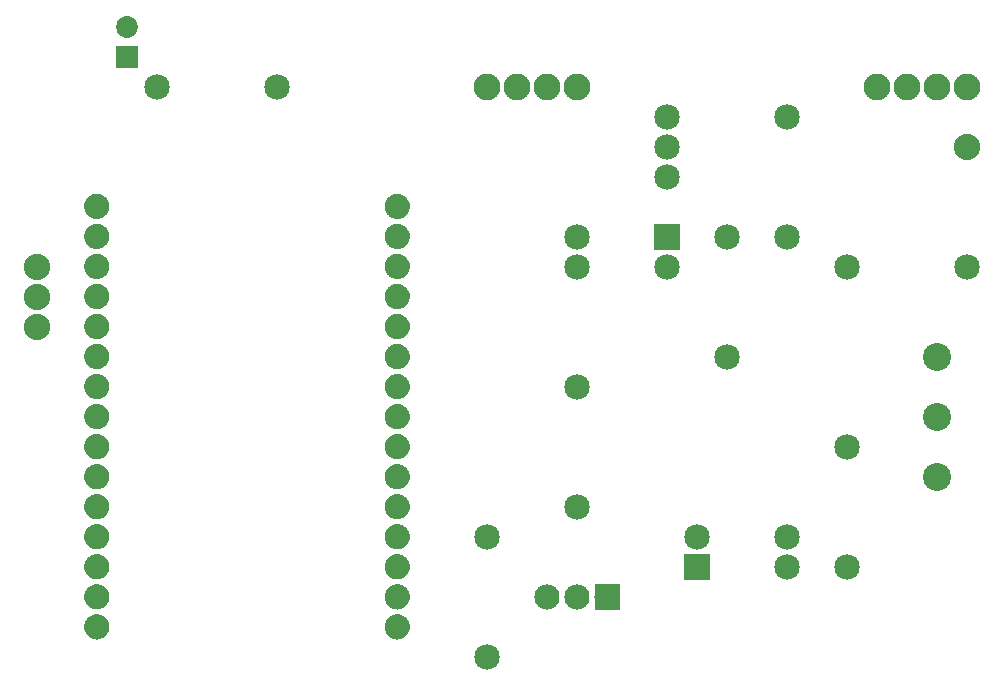
<source format=gts>
G04 MADE WITH FRITZING*
G04 WWW.FRITZING.ORG*
G04 DOUBLE SIDED*
G04 HOLES PLATED*
G04 CONTOUR ON CENTER OF CONTOUR VECTOR*
%ASAXBY*%
%FSLAX23Y23*%
%MOIN*%
%OFA0B0*%
%SFA1.0B1.0*%
%ADD10C,0.084000*%
%ADD11C,0.088000*%
%ADD12C,0.085000*%
%ADD13C,0.093307*%
%ADD14C,0.089370*%
%ADD15C,0.072992*%
%ADD16R,0.085000X0.085000*%
%ADD17R,0.072992X0.072992*%
%ADD18R,0.001000X0.001000*%
%LNMASK1*%
G90*
G70*
G54D10*
X2220Y606D03*
X2120Y606D03*
X2020Y606D03*
X2220Y606D03*
X2120Y606D03*
X2020Y606D03*
X2220Y606D03*
X2120Y606D03*
X2020Y606D03*
G54D11*
X320Y1706D03*
X320Y1606D03*
X320Y1506D03*
X320Y1706D03*
X320Y1606D03*
X320Y1506D03*
G54D12*
X2420Y2206D03*
X2420Y2106D03*
X2420Y2006D03*
X2420Y2206D03*
X2420Y2106D03*
X2420Y2006D03*
G54D11*
X3420Y2106D03*
X3420Y2106D03*
G54D12*
X2820Y1806D03*
X2820Y2206D03*
X2820Y1806D03*
X2820Y2206D03*
X3020Y706D03*
X3020Y1106D03*
X3020Y706D03*
X3020Y1106D03*
X2620Y1406D03*
X2620Y1806D03*
X2620Y1406D03*
X2620Y1806D03*
X1120Y2306D03*
X720Y2306D03*
X1120Y2306D03*
X720Y2306D03*
X3420Y1706D03*
X3020Y1706D03*
X3420Y1706D03*
X3020Y1706D03*
X2420Y1806D03*
X2120Y1806D03*
X2420Y1706D03*
X2120Y1706D03*
X2420Y1806D03*
X2120Y1806D03*
X2420Y1706D03*
X2120Y1706D03*
X2120Y906D03*
X2120Y1306D03*
X2120Y906D03*
X2120Y1306D03*
X1820Y406D03*
X1820Y806D03*
X1820Y406D03*
X1820Y806D03*
G54D13*
X3320Y1406D03*
X3320Y1206D03*
X3320Y1006D03*
X3320Y1406D03*
X3320Y1206D03*
X3320Y1006D03*
G54D14*
X2120Y2306D03*
X2020Y2306D03*
X1920Y2306D03*
X1820Y2306D03*
X2120Y2306D03*
X2020Y2306D03*
X1920Y2306D03*
X1820Y2306D03*
X3420Y2306D03*
X3320Y2306D03*
X3220Y2306D03*
X3120Y2306D03*
X3420Y2306D03*
X3320Y2306D03*
X3220Y2306D03*
X3120Y2306D03*
G54D15*
X620Y2407D03*
X620Y2506D03*
X620Y2407D03*
X620Y2506D03*
G54D12*
X2520Y706D03*
X2820Y706D03*
X2520Y806D03*
X2820Y806D03*
X2520Y706D03*
X2820Y706D03*
X2520Y806D03*
X2820Y806D03*
G54D16*
X2420Y1806D03*
X2420Y1806D03*
G54D17*
X620Y2407D03*
X620Y2407D03*
G54D16*
X2520Y706D03*
X2520Y706D03*
G54D18*
X514Y1949D02*
X524Y1949D01*
X1515Y1949D02*
X1525Y1949D01*
X509Y1948D02*
X529Y1948D01*
X1510Y1948D02*
X1530Y1948D01*
X505Y1947D02*
X532Y1947D01*
X1507Y1947D02*
X1534Y1947D01*
X503Y1946D02*
X535Y1946D01*
X1504Y1946D02*
X1536Y1946D01*
X501Y1945D02*
X537Y1945D01*
X1502Y1945D02*
X1539Y1945D01*
X499Y1944D02*
X539Y1944D01*
X1500Y1944D02*
X1540Y1944D01*
X497Y1943D02*
X541Y1943D01*
X1499Y1943D02*
X1542Y1943D01*
X496Y1942D02*
X542Y1942D01*
X1497Y1942D02*
X1544Y1942D01*
X494Y1941D02*
X543Y1941D01*
X1496Y1941D02*
X1545Y1941D01*
X493Y1940D02*
X545Y1940D01*
X1494Y1940D02*
X1546Y1940D01*
X492Y1939D02*
X546Y1939D01*
X1493Y1939D02*
X1547Y1939D01*
X491Y1938D02*
X547Y1938D01*
X1492Y1938D02*
X1549Y1938D01*
X489Y1937D02*
X548Y1937D01*
X1491Y1937D02*
X1550Y1937D01*
X489Y1936D02*
X549Y1936D01*
X1490Y1936D02*
X1551Y1936D01*
X488Y1935D02*
X550Y1935D01*
X1489Y1935D02*
X1551Y1935D01*
X487Y1934D02*
X551Y1934D01*
X1488Y1934D02*
X1552Y1934D01*
X486Y1933D02*
X552Y1933D01*
X1488Y1933D02*
X1553Y1933D01*
X485Y1932D02*
X552Y1932D01*
X1487Y1932D02*
X1554Y1932D01*
X485Y1931D02*
X553Y1931D01*
X1486Y1931D02*
X1554Y1931D01*
X484Y1930D02*
X554Y1930D01*
X1485Y1930D02*
X1555Y1930D01*
X483Y1929D02*
X554Y1929D01*
X1485Y1929D02*
X1556Y1929D01*
X483Y1928D02*
X555Y1928D01*
X1484Y1928D02*
X1556Y1928D01*
X482Y1927D02*
X556Y1927D01*
X1484Y1927D02*
X1557Y1927D01*
X482Y1926D02*
X556Y1926D01*
X1483Y1926D02*
X1557Y1926D01*
X481Y1925D02*
X556Y1925D01*
X1483Y1925D02*
X1558Y1925D01*
X481Y1924D02*
X557Y1924D01*
X1482Y1924D02*
X1558Y1924D01*
X480Y1923D02*
X557Y1923D01*
X1482Y1923D02*
X1559Y1923D01*
X480Y1922D02*
X558Y1922D01*
X1481Y1922D02*
X1559Y1922D01*
X480Y1921D02*
X558Y1921D01*
X1481Y1921D02*
X1560Y1921D01*
X479Y1920D02*
X558Y1920D01*
X1481Y1920D02*
X1560Y1920D01*
X479Y1919D02*
X559Y1919D01*
X1480Y1919D02*
X1560Y1919D01*
X479Y1918D02*
X559Y1918D01*
X1480Y1918D02*
X1560Y1918D01*
X478Y1917D02*
X559Y1917D01*
X1480Y1917D02*
X1561Y1917D01*
X478Y1916D02*
X559Y1916D01*
X1480Y1916D02*
X1561Y1916D01*
X478Y1915D02*
X560Y1915D01*
X1480Y1915D02*
X1561Y1915D01*
X478Y1914D02*
X560Y1914D01*
X1479Y1914D02*
X1561Y1914D01*
X478Y1913D02*
X560Y1913D01*
X1479Y1913D02*
X1561Y1913D01*
X478Y1912D02*
X560Y1912D01*
X1479Y1912D02*
X1562Y1912D01*
X477Y1911D02*
X560Y1911D01*
X1479Y1911D02*
X1562Y1911D01*
X477Y1910D02*
X560Y1910D01*
X1479Y1910D02*
X1562Y1910D01*
X477Y1909D02*
X560Y1909D01*
X1479Y1909D02*
X1562Y1909D01*
X477Y1908D02*
X560Y1908D01*
X1479Y1908D02*
X1562Y1908D01*
X477Y1907D02*
X560Y1907D01*
X1479Y1907D02*
X1562Y1907D01*
X477Y1906D02*
X560Y1906D01*
X1479Y1906D02*
X1562Y1906D01*
X477Y1905D02*
X560Y1905D01*
X1479Y1905D02*
X1562Y1905D01*
X477Y1904D02*
X560Y1904D01*
X1479Y1904D02*
X1562Y1904D01*
X478Y1903D02*
X560Y1903D01*
X1479Y1903D02*
X1562Y1903D01*
X478Y1902D02*
X560Y1902D01*
X1479Y1902D02*
X1561Y1902D01*
X478Y1901D02*
X560Y1901D01*
X1479Y1901D02*
X1561Y1901D01*
X478Y1900D02*
X560Y1900D01*
X1479Y1900D02*
X1561Y1900D01*
X478Y1899D02*
X559Y1899D01*
X1480Y1899D02*
X1561Y1899D01*
X478Y1898D02*
X559Y1898D01*
X1480Y1898D02*
X1561Y1898D01*
X479Y1897D02*
X559Y1897D01*
X1480Y1897D02*
X1560Y1897D01*
X479Y1896D02*
X559Y1896D01*
X1480Y1896D02*
X1560Y1896D01*
X479Y1895D02*
X558Y1895D01*
X1481Y1895D02*
X1560Y1895D01*
X480Y1894D02*
X558Y1894D01*
X1481Y1894D02*
X1560Y1894D01*
X480Y1893D02*
X558Y1893D01*
X1481Y1893D02*
X1559Y1893D01*
X480Y1892D02*
X557Y1892D01*
X1482Y1892D02*
X1559Y1892D01*
X481Y1891D02*
X557Y1891D01*
X1482Y1891D02*
X1558Y1891D01*
X481Y1890D02*
X557Y1890D01*
X1483Y1890D02*
X1558Y1890D01*
X482Y1889D02*
X556Y1889D01*
X1483Y1889D02*
X1558Y1889D01*
X482Y1888D02*
X556Y1888D01*
X1484Y1888D02*
X1557Y1888D01*
X483Y1887D02*
X555Y1887D01*
X1484Y1887D02*
X1556Y1887D01*
X483Y1886D02*
X554Y1886D01*
X1485Y1886D02*
X1556Y1886D01*
X484Y1885D02*
X554Y1885D01*
X1485Y1885D02*
X1555Y1885D01*
X485Y1884D02*
X553Y1884D01*
X1486Y1884D02*
X1555Y1884D01*
X485Y1883D02*
X552Y1883D01*
X1487Y1883D02*
X1554Y1883D01*
X486Y1882D02*
X552Y1882D01*
X1487Y1882D02*
X1553Y1882D01*
X487Y1881D02*
X551Y1881D01*
X1488Y1881D02*
X1552Y1881D01*
X488Y1880D02*
X550Y1880D01*
X1489Y1880D02*
X1552Y1880D01*
X488Y1879D02*
X549Y1879D01*
X1490Y1879D02*
X1551Y1879D01*
X489Y1878D02*
X548Y1878D01*
X1491Y1878D02*
X1550Y1878D01*
X490Y1877D02*
X547Y1877D01*
X1492Y1877D02*
X1549Y1877D01*
X492Y1876D02*
X546Y1876D01*
X1493Y1876D02*
X1548Y1876D01*
X493Y1875D02*
X545Y1875D01*
X1494Y1875D02*
X1546Y1875D01*
X494Y1874D02*
X544Y1874D01*
X1495Y1874D02*
X1545Y1874D01*
X495Y1873D02*
X542Y1873D01*
X1497Y1873D02*
X1544Y1873D01*
X497Y1872D02*
X541Y1872D01*
X1498Y1872D02*
X1542Y1872D01*
X499Y1871D02*
X539Y1871D01*
X1500Y1871D02*
X1541Y1871D01*
X500Y1870D02*
X537Y1870D01*
X1502Y1870D02*
X1539Y1870D01*
X502Y1869D02*
X535Y1869D01*
X1504Y1869D02*
X1537Y1869D01*
X505Y1868D02*
X533Y1868D01*
X1506Y1868D02*
X1534Y1868D01*
X508Y1867D02*
X530Y1867D01*
X1510Y1867D02*
X1531Y1867D01*
X513Y1866D02*
X525Y1866D01*
X1514Y1866D02*
X1526Y1866D01*
X514Y1849D02*
X523Y1849D01*
X1516Y1849D02*
X1525Y1849D01*
X509Y1848D02*
X529Y1848D01*
X1511Y1848D02*
X1530Y1848D01*
X506Y1847D02*
X532Y1847D01*
X1507Y1847D02*
X1533Y1847D01*
X503Y1846D02*
X535Y1846D01*
X1504Y1846D02*
X1536Y1846D01*
X501Y1845D02*
X537Y1845D01*
X1502Y1845D02*
X1538Y1845D01*
X499Y1844D02*
X539Y1844D01*
X1500Y1844D02*
X1540Y1844D01*
X497Y1843D02*
X540Y1843D01*
X1499Y1843D02*
X1542Y1843D01*
X496Y1842D02*
X542Y1842D01*
X1497Y1842D02*
X1543Y1842D01*
X494Y1841D02*
X543Y1841D01*
X1496Y1841D02*
X1545Y1841D01*
X493Y1840D02*
X545Y1840D01*
X1494Y1840D02*
X1546Y1840D01*
X492Y1839D02*
X546Y1839D01*
X1493Y1839D02*
X1547Y1839D01*
X491Y1838D02*
X547Y1838D01*
X1492Y1838D02*
X1548Y1838D01*
X490Y1837D02*
X548Y1837D01*
X1491Y1837D02*
X1550Y1837D01*
X489Y1836D02*
X549Y1836D01*
X1490Y1836D02*
X1550Y1836D01*
X488Y1835D02*
X550Y1835D01*
X1489Y1835D02*
X1551Y1835D01*
X487Y1834D02*
X551Y1834D01*
X1488Y1834D02*
X1552Y1834D01*
X486Y1833D02*
X552Y1833D01*
X1488Y1833D02*
X1553Y1833D01*
X485Y1832D02*
X552Y1832D01*
X1487Y1832D02*
X1554Y1832D01*
X485Y1831D02*
X553Y1831D01*
X1486Y1831D02*
X1554Y1831D01*
X484Y1830D02*
X554Y1830D01*
X1485Y1830D02*
X1555Y1830D01*
X483Y1829D02*
X554Y1829D01*
X1485Y1829D02*
X1556Y1829D01*
X483Y1828D02*
X555Y1828D01*
X1484Y1828D02*
X1556Y1828D01*
X482Y1827D02*
X555Y1827D01*
X1484Y1827D02*
X1557Y1827D01*
X482Y1826D02*
X556Y1826D01*
X1483Y1826D02*
X1557Y1826D01*
X481Y1825D02*
X556Y1825D01*
X1483Y1825D02*
X1558Y1825D01*
X481Y1824D02*
X557Y1824D01*
X1482Y1824D02*
X1558Y1824D01*
X480Y1823D02*
X557Y1823D01*
X1482Y1823D02*
X1559Y1823D01*
X480Y1822D02*
X558Y1822D01*
X1481Y1822D02*
X1559Y1822D01*
X480Y1821D02*
X558Y1821D01*
X1481Y1821D02*
X1559Y1821D01*
X479Y1820D02*
X558Y1820D01*
X1481Y1820D02*
X1560Y1820D01*
X479Y1819D02*
X559Y1819D01*
X1480Y1819D02*
X1560Y1819D01*
X479Y1818D02*
X559Y1818D01*
X1480Y1818D02*
X1560Y1818D01*
X479Y1817D02*
X559Y1817D01*
X1480Y1817D02*
X1561Y1817D01*
X478Y1816D02*
X559Y1816D01*
X1480Y1816D02*
X1561Y1816D01*
X478Y1815D02*
X560Y1815D01*
X1480Y1815D02*
X1561Y1815D01*
X478Y1814D02*
X560Y1814D01*
X1479Y1814D02*
X1561Y1814D01*
X478Y1813D02*
X560Y1813D01*
X1479Y1813D02*
X1561Y1813D01*
X478Y1812D02*
X560Y1812D01*
X1479Y1812D02*
X1562Y1812D01*
X478Y1811D02*
X560Y1811D01*
X1479Y1811D02*
X1562Y1811D01*
X477Y1810D02*
X560Y1810D01*
X1479Y1810D02*
X1562Y1810D01*
X477Y1809D02*
X560Y1809D01*
X1479Y1809D02*
X1562Y1809D01*
X477Y1808D02*
X560Y1808D01*
X1479Y1808D02*
X1562Y1808D01*
X477Y1807D02*
X560Y1807D01*
X1479Y1807D02*
X1562Y1807D01*
X477Y1806D02*
X560Y1806D01*
X1479Y1806D02*
X1562Y1806D01*
X477Y1805D02*
X560Y1805D01*
X1479Y1805D02*
X1562Y1805D01*
X477Y1804D02*
X560Y1804D01*
X1479Y1804D02*
X1562Y1804D01*
X478Y1803D02*
X560Y1803D01*
X1479Y1803D02*
X1562Y1803D01*
X478Y1802D02*
X560Y1802D01*
X1479Y1802D02*
X1561Y1802D01*
X478Y1801D02*
X560Y1801D01*
X1479Y1801D02*
X1561Y1801D01*
X478Y1800D02*
X560Y1800D01*
X1479Y1800D02*
X1561Y1800D01*
X478Y1799D02*
X559Y1799D01*
X1480Y1799D02*
X1561Y1799D01*
X478Y1798D02*
X559Y1798D01*
X1480Y1798D02*
X1561Y1798D01*
X479Y1797D02*
X559Y1797D01*
X1480Y1797D02*
X1560Y1797D01*
X479Y1796D02*
X559Y1796D01*
X1480Y1796D02*
X1560Y1796D01*
X479Y1795D02*
X558Y1795D01*
X1481Y1795D02*
X1560Y1795D01*
X480Y1794D02*
X558Y1794D01*
X1481Y1794D02*
X1560Y1794D01*
X480Y1793D02*
X558Y1793D01*
X1481Y1793D02*
X1559Y1793D01*
X480Y1792D02*
X557Y1792D01*
X1482Y1792D02*
X1559Y1792D01*
X481Y1791D02*
X557Y1791D01*
X1482Y1791D02*
X1559Y1791D01*
X481Y1790D02*
X557Y1790D01*
X1482Y1790D02*
X1558Y1790D01*
X482Y1789D02*
X556Y1789D01*
X1483Y1789D02*
X1558Y1789D01*
X482Y1788D02*
X556Y1788D01*
X1483Y1788D02*
X1557Y1788D01*
X483Y1787D02*
X555Y1787D01*
X1484Y1787D02*
X1557Y1787D01*
X483Y1786D02*
X554Y1786D01*
X1485Y1786D02*
X1556Y1786D01*
X484Y1785D02*
X554Y1785D01*
X1485Y1785D02*
X1555Y1785D01*
X484Y1784D02*
X553Y1784D01*
X1486Y1784D02*
X1555Y1784D01*
X485Y1783D02*
X553Y1783D01*
X1487Y1783D02*
X1554Y1783D01*
X486Y1782D02*
X552Y1782D01*
X1487Y1782D02*
X1553Y1782D01*
X487Y1781D02*
X551Y1781D01*
X1488Y1781D02*
X1552Y1781D01*
X487Y1780D02*
X550Y1780D01*
X1489Y1780D02*
X1552Y1780D01*
X488Y1779D02*
X549Y1779D01*
X1490Y1779D02*
X1551Y1779D01*
X489Y1778D02*
X548Y1778D01*
X1491Y1778D02*
X1550Y1778D01*
X490Y1777D02*
X547Y1777D01*
X1492Y1777D02*
X1549Y1777D01*
X491Y1776D02*
X546Y1776D01*
X1493Y1776D02*
X1548Y1776D01*
X493Y1775D02*
X545Y1775D01*
X1494Y1775D02*
X1547Y1775D01*
X494Y1774D02*
X544Y1774D01*
X1495Y1774D02*
X1545Y1774D01*
X495Y1773D02*
X542Y1773D01*
X1497Y1773D02*
X1544Y1773D01*
X497Y1772D02*
X541Y1772D01*
X1498Y1772D02*
X1542Y1772D01*
X498Y1771D02*
X539Y1771D01*
X1500Y1771D02*
X1541Y1771D01*
X500Y1770D02*
X538Y1770D01*
X1502Y1770D02*
X1539Y1770D01*
X502Y1769D02*
X536Y1769D01*
X1504Y1769D02*
X1537Y1769D01*
X505Y1768D02*
X533Y1768D01*
X1506Y1768D02*
X1534Y1768D01*
X508Y1767D02*
X530Y1767D01*
X1509Y1767D02*
X1531Y1767D01*
X512Y1766D02*
X525Y1766D01*
X1514Y1766D02*
X1527Y1766D01*
X515Y1749D02*
X522Y1749D01*
X1517Y1749D02*
X1524Y1749D01*
X510Y1748D02*
X528Y1748D01*
X1511Y1748D02*
X1530Y1748D01*
X506Y1747D02*
X532Y1747D01*
X1507Y1747D02*
X1533Y1747D01*
X503Y1746D02*
X535Y1746D01*
X1505Y1746D02*
X1536Y1746D01*
X501Y1745D02*
X537Y1745D01*
X1502Y1745D02*
X1538Y1745D01*
X499Y1744D02*
X539Y1744D01*
X1501Y1744D02*
X1540Y1744D01*
X497Y1743D02*
X540Y1743D01*
X1499Y1743D02*
X1542Y1743D01*
X496Y1742D02*
X542Y1742D01*
X1497Y1742D02*
X1543Y1742D01*
X495Y1741D02*
X543Y1741D01*
X1496Y1741D02*
X1545Y1741D01*
X493Y1740D02*
X545Y1740D01*
X1495Y1740D02*
X1546Y1740D01*
X492Y1739D02*
X546Y1739D01*
X1493Y1739D02*
X1547Y1739D01*
X491Y1738D02*
X547Y1738D01*
X1492Y1738D02*
X1548Y1738D01*
X490Y1737D02*
X548Y1737D01*
X1491Y1737D02*
X1549Y1737D01*
X489Y1736D02*
X549Y1736D01*
X1490Y1736D02*
X1550Y1736D01*
X488Y1735D02*
X550Y1735D01*
X1489Y1735D02*
X1551Y1735D01*
X487Y1734D02*
X551Y1734D01*
X1488Y1734D02*
X1552Y1734D01*
X486Y1733D02*
X551Y1733D01*
X1488Y1733D02*
X1553Y1733D01*
X486Y1732D02*
X552Y1732D01*
X1487Y1732D02*
X1554Y1732D01*
X485Y1731D02*
X553Y1731D01*
X1486Y1731D02*
X1554Y1731D01*
X484Y1730D02*
X554Y1730D01*
X1486Y1730D02*
X1555Y1730D01*
X483Y1729D02*
X554Y1729D01*
X1485Y1729D02*
X1556Y1729D01*
X483Y1728D02*
X555Y1728D01*
X1484Y1728D02*
X1556Y1728D01*
X482Y1727D02*
X555Y1727D01*
X1484Y1727D02*
X1557Y1727D01*
X482Y1726D02*
X556Y1726D01*
X1483Y1726D02*
X1557Y1726D01*
X481Y1725D02*
X556Y1725D01*
X1483Y1725D02*
X1558Y1725D01*
X481Y1724D02*
X557Y1724D01*
X1482Y1724D02*
X1558Y1724D01*
X480Y1723D02*
X557Y1723D01*
X1482Y1723D02*
X1559Y1723D01*
X480Y1722D02*
X558Y1722D01*
X1481Y1722D02*
X1559Y1722D01*
X480Y1721D02*
X558Y1721D01*
X1481Y1721D02*
X1559Y1721D01*
X479Y1720D02*
X558Y1720D01*
X1481Y1720D02*
X1560Y1720D01*
X479Y1719D02*
X559Y1719D01*
X1480Y1719D02*
X1560Y1719D01*
X479Y1718D02*
X559Y1718D01*
X1480Y1718D02*
X1560Y1718D01*
X479Y1717D02*
X559Y1717D01*
X1480Y1717D02*
X1561Y1717D01*
X478Y1716D02*
X559Y1716D01*
X1480Y1716D02*
X1561Y1716D01*
X478Y1715D02*
X560Y1715D01*
X1480Y1715D02*
X1561Y1715D01*
X478Y1714D02*
X560Y1714D01*
X1479Y1714D02*
X1561Y1714D01*
X478Y1713D02*
X560Y1713D01*
X1479Y1713D02*
X1561Y1713D01*
X478Y1712D02*
X560Y1712D01*
X1479Y1712D02*
X1561Y1712D01*
X478Y1711D02*
X560Y1711D01*
X1479Y1711D02*
X1562Y1711D01*
X477Y1710D02*
X560Y1710D01*
X1479Y1710D02*
X1562Y1710D01*
X477Y1709D02*
X560Y1709D01*
X1479Y1709D02*
X1562Y1709D01*
X477Y1708D02*
X560Y1708D01*
X1479Y1708D02*
X1562Y1708D01*
X477Y1707D02*
X560Y1707D01*
X1479Y1707D02*
X1562Y1707D01*
X477Y1706D02*
X560Y1706D01*
X1479Y1706D02*
X1562Y1706D01*
X477Y1705D02*
X560Y1705D01*
X1479Y1705D02*
X1562Y1705D01*
X477Y1704D02*
X560Y1704D01*
X1479Y1704D02*
X1562Y1704D01*
X478Y1703D02*
X560Y1703D01*
X1479Y1703D02*
X1562Y1703D01*
X478Y1702D02*
X560Y1702D01*
X1479Y1702D02*
X1561Y1702D01*
X478Y1701D02*
X560Y1701D01*
X1479Y1701D02*
X1561Y1701D01*
X478Y1700D02*
X560Y1700D01*
X1479Y1700D02*
X1561Y1700D01*
X478Y1699D02*
X560Y1699D01*
X1480Y1699D02*
X1561Y1699D01*
X478Y1698D02*
X559Y1698D01*
X1480Y1698D02*
X1561Y1698D01*
X479Y1697D02*
X559Y1697D01*
X1480Y1697D02*
X1560Y1697D01*
X479Y1696D02*
X559Y1696D01*
X1480Y1696D02*
X1560Y1696D01*
X479Y1695D02*
X559Y1695D01*
X1481Y1695D02*
X1560Y1695D01*
X479Y1694D02*
X558Y1694D01*
X1481Y1694D02*
X1560Y1694D01*
X480Y1693D02*
X558Y1693D01*
X1481Y1693D02*
X1559Y1693D01*
X480Y1692D02*
X557Y1692D01*
X1482Y1692D02*
X1559Y1692D01*
X481Y1691D02*
X557Y1691D01*
X1482Y1691D02*
X1559Y1691D01*
X481Y1690D02*
X557Y1690D01*
X1482Y1690D02*
X1558Y1690D01*
X482Y1689D02*
X556Y1689D01*
X1483Y1689D02*
X1558Y1689D01*
X482Y1688D02*
X556Y1688D01*
X1483Y1688D02*
X1557Y1688D01*
X483Y1687D02*
X555Y1687D01*
X1484Y1687D02*
X1557Y1687D01*
X483Y1686D02*
X555Y1686D01*
X1485Y1686D02*
X1556Y1686D01*
X484Y1685D02*
X554Y1685D01*
X1485Y1685D02*
X1555Y1685D01*
X484Y1684D02*
X553Y1684D01*
X1486Y1684D02*
X1555Y1684D01*
X485Y1683D02*
X553Y1683D01*
X1486Y1683D02*
X1554Y1683D01*
X486Y1682D02*
X552Y1682D01*
X1487Y1682D02*
X1553Y1682D01*
X487Y1681D02*
X551Y1681D01*
X1488Y1681D02*
X1553Y1681D01*
X487Y1680D02*
X550Y1680D01*
X1489Y1680D02*
X1552Y1680D01*
X488Y1679D02*
X549Y1679D01*
X1490Y1679D02*
X1551Y1679D01*
X489Y1678D02*
X549Y1678D01*
X1491Y1678D02*
X1550Y1678D01*
X490Y1677D02*
X548Y1677D01*
X1492Y1677D02*
X1549Y1677D01*
X491Y1676D02*
X546Y1676D01*
X1493Y1676D02*
X1548Y1676D01*
X492Y1675D02*
X545Y1675D01*
X1494Y1675D02*
X1547Y1675D01*
X494Y1674D02*
X544Y1674D01*
X1495Y1674D02*
X1545Y1674D01*
X495Y1673D02*
X543Y1673D01*
X1496Y1673D02*
X1544Y1673D01*
X497Y1672D02*
X541Y1672D01*
X1498Y1672D02*
X1543Y1672D01*
X498Y1671D02*
X540Y1671D01*
X1500Y1671D02*
X1541Y1671D01*
X500Y1670D02*
X538Y1670D01*
X1501Y1670D02*
X1539Y1670D01*
X502Y1669D02*
X536Y1669D01*
X1503Y1669D02*
X1537Y1669D01*
X504Y1668D02*
X533Y1668D01*
X1506Y1668D02*
X1535Y1668D01*
X507Y1667D02*
X530Y1667D01*
X1509Y1667D02*
X1532Y1667D01*
X511Y1666D02*
X526Y1666D01*
X1513Y1666D02*
X1528Y1666D01*
X517Y1649D02*
X521Y1649D01*
X1518Y1649D02*
X1522Y1649D01*
X510Y1648D02*
X528Y1648D01*
X1511Y1648D02*
X1529Y1648D01*
X506Y1647D02*
X531Y1647D01*
X1508Y1647D02*
X1533Y1647D01*
X503Y1646D02*
X534Y1646D01*
X1505Y1646D02*
X1536Y1646D01*
X501Y1645D02*
X536Y1645D01*
X1503Y1645D02*
X1538Y1645D01*
X499Y1644D02*
X538Y1644D01*
X1501Y1644D02*
X1540Y1644D01*
X498Y1643D02*
X540Y1643D01*
X1499Y1643D02*
X1541Y1643D01*
X496Y1642D02*
X542Y1642D01*
X1497Y1642D02*
X1543Y1642D01*
X495Y1641D02*
X543Y1641D01*
X1496Y1641D02*
X1544Y1641D01*
X493Y1640D02*
X544Y1640D01*
X1495Y1640D02*
X1546Y1640D01*
X492Y1639D02*
X546Y1639D01*
X1493Y1639D02*
X1547Y1639D01*
X491Y1638D02*
X547Y1638D01*
X1492Y1638D02*
X1548Y1638D01*
X490Y1637D02*
X548Y1637D01*
X1491Y1637D02*
X1549Y1637D01*
X489Y1636D02*
X549Y1636D01*
X1490Y1636D02*
X1550Y1636D01*
X488Y1635D02*
X550Y1635D01*
X1489Y1635D02*
X1551Y1635D01*
X487Y1634D02*
X551Y1634D01*
X1489Y1634D02*
X1552Y1634D01*
X486Y1633D02*
X551Y1633D01*
X1488Y1633D02*
X1553Y1633D01*
X486Y1632D02*
X552Y1632D01*
X1487Y1632D02*
X1554Y1632D01*
X485Y1631D02*
X553Y1631D01*
X1486Y1631D02*
X1554Y1631D01*
X484Y1630D02*
X553Y1630D01*
X1486Y1630D02*
X1555Y1630D01*
X484Y1629D02*
X554Y1629D01*
X1485Y1629D02*
X1556Y1629D01*
X483Y1628D02*
X555Y1628D01*
X1484Y1628D02*
X1556Y1628D01*
X482Y1627D02*
X555Y1627D01*
X1484Y1627D02*
X1557Y1627D01*
X482Y1626D02*
X556Y1626D01*
X1483Y1626D02*
X1557Y1626D01*
X481Y1625D02*
X556Y1625D01*
X1483Y1625D02*
X1558Y1625D01*
X481Y1624D02*
X557Y1624D01*
X1482Y1624D02*
X1558Y1624D01*
X480Y1623D02*
X557Y1623D01*
X1482Y1623D02*
X1559Y1623D01*
X480Y1622D02*
X558Y1622D01*
X1482Y1622D02*
X1559Y1622D01*
X480Y1621D02*
X558Y1621D01*
X1481Y1621D02*
X1559Y1621D01*
X479Y1620D02*
X558Y1620D01*
X1481Y1620D02*
X1560Y1620D01*
X479Y1619D02*
X559Y1619D01*
X1481Y1619D02*
X1560Y1619D01*
X479Y1618D02*
X559Y1618D01*
X1480Y1618D02*
X1560Y1618D01*
X479Y1617D02*
X559Y1617D01*
X1480Y1617D02*
X1561Y1617D01*
X478Y1616D02*
X559Y1616D01*
X1480Y1616D02*
X1561Y1616D01*
X478Y1615D02*
X560Y1615D01*
X1480Y1615D02*
X1561Y1615D01*
X478Y1614D02*
X560Y1614D01*
X1479Y1614D02*
X1561Y1614D01*
X478Y1613D02*
X560Y1613D01*
X1479Y1613D02*
X1561Y1613D01*
X478Y1612D02*
X560Y1612D01*
X1479Y1612D02*
X1561Y1612D01*
X478Y1611D02*
X560Y1611D01*
X1479Y1611D02*
X1562Y1611D01*
X477Y1610D02*
X560Y1610D01*
X1479Y1610D02*
X1562Y1610D01*
X477Y1609D02*
X560Y1609D01*
X1479Y1609D02*
X1562Y1609D01*
X477Y1608D02*
X560Y1608D01*
X1479Y1608D02*
X1562Y1608D01*
X477Y1607D02*
X560Y1607D01*
X1479Y1607D02*
X1562Y1607D01*
X477Y1606D02*
X560Y1606D01*
X1479Y1606D02*
X1562Y1606D01*
X477Y1605D02*
X560Y1605D01*
X1479Y1605D02*
X1562Y1605D01*
X477Y1604D02*
X560Y1604D01*
X1479Y1604D02*
X1562Y1604D01*
X478Y1603D02*
X560Y1603D01*
X1479Y1603D02*
X1562Y1603D01*
X478Y1602D02*
X560Y1602D01*
X1479Y1602D02*
X1561Y1602D01*
X478Y1601D02*
X560Y1601D01*
X1479Y1601D02*
X1561Y1601D01*
X478Y1600D02*
X560Y1600D01*
X1479Y1600D02*
X1561Y1600D01*
X478Y1599D02*
X560Y1599D01*
X1480Y1599D02*
X1561Y1599D01*
X478Y1598D02*
X559Y1598D01*
X1480Y1598D02*
X1561Y1598D01*
X479Y1597D02*
X559Y1597D01*
X1480Y1597D02*
X1560Y1597D01*
X479Y1596D02*
X559Y1596D01*
X1480Y1596D02*
X1560Y1596D01*
X479Y1595D02*
X559Y1595D01*
X1481Y1595D02*
X1560Y1595D01*
X479Y1594D02*
X558Y1594D01*
X1481Y1594D02*
X1560Y1594D01*
X480Y1593D02*
X558Y1593D01*
X1481Y1593D02*
X1559Y1593D01*
X480Y1592D02*
X558Y1592D01*
X1482Y1592D02*
X1559Y1592D01*
X481Y1591D02*
X557Y1591D01*
X1482Y1591D02*
X1559Y1591D01*
X481Y1590D02*
X557Y1590D01*
X1482Y1590D02*
X1558Y1590D01*
X481Y1589D02*
X556Y1589D01*
X1483Y1589D02*
X1558Y1589D01*
X482Y1588D02*
X556Y1588D01*
X1483Y1588D02*
X1557Y1588D01*
X482Y1587D02*
X555Y1587D01*
X1484Y1587D02*
X1557Y1587D01*
X483Y1586D02*
X555Y1586D01*
X1485Y1586D02*
X1556Y1586D01*
X484Y1585D02*
X554Y1585D01*
X1485Y1585D02*
X1555Y1585D01*
X484Y1584D02*
X553Y1584D01*
X1486Y1584D02*
X1555Y1584D01*
X485Y1583D02*
X553Y1583D01*
X1486Y1583D02*
X1554Y1583D01*
X486Y1582D02*
X552Y1582D01*
X1487Y1582D02*
X1553Y1582D01*
X486Y1581D02*
X551Y1581D01*
X1488Y1581D02*
X1553Y1581D01*
X487Y1580D02*
X550Y1580D01*
X1489Y1580D02*
X1552Y1580D01*
X488Y1579D02*
X550Y1579D01*
X1490Y1579D02*
X1551Y1579D01*
X489Y1578D02*
X549Y1578D01*
X1490Y1578D02*
X1550Y1578D01*
X490Y1577D02*
X548Y1577D01*
X1491Y1577D02*
X1549Y1577D01*
X491Y1576D02*
X547Y1576D01*
X1493Y1576D02*
X1548Y1576D01*
X492Y1575D02*
X545Y1575D01*
X1494Y1575D02*
X1547Y1575D01*
X494Y1574D02*
X544Y1574D01*
X1495Y1574D02*
X1546Y1574D01*
X495Y1573D02*
X543Y1573D01*
X1496Y1573D02*
X1544Y1573D01*
X496Y1572D02*
X541Y1572D01*
X1498Y1572D02*
X1543Y1572D01*
X498Y1571D02*
X540Y1571D01*
X1499Y1571D02*
X1541Y1571D01*
X500Y1570D02*
X538Y1570D01*
X1501Y1570D02*
X1539Y1570D01*
X502Y1569D02*
X536Y1569D01*
X1503Y1569D02*
X1537Y1569D01*
X504Y1568D02*
X534Y1568D01*
X1505Y1568D02*
X1535Y1568D01*
X507Y1567D02*
X531Y1567D01*
X1508Y1567D02*
X1532Y1567D01*
X511Y1566D02*
X527Y1566D01*
X1512Y1566D02*
X1528Y1566D01*
X519Y1549D02*
X519Y1549D01*
X1520Y1549D02*
X1520Y1549D01*
X511Y1548D02*
X527Y1548D01*
X1512Y1548D02*
X1529Y1548D01*
X507Y1547D02*
X531Y1547D01*
X1508Y1547D02*
X1533Y1547D01*
X504Y1546D02*
X534Y1546D01*
X1505Y1546D02*
X1535Y1546D01*
X501Y1545D02*
X536Y1545D01*
X1503Y1545D02*
X1538Y1545D01*
X499Y1544D02*
X538Y1544D01*
X1501Y1544D02*
X1540Y1544D01*
X498Y1543D02*
X540Y1543D01*
X1499Y1543D02*
X1541Y1543D01*
X496Y1542D02*
X541Y1542D01*
X1498Y1542D02*
X1543Y1542D01*
X495Y1541D02*
X543Y1541D01*
X1496Y1541D02*
X1544Y1541D01*
X493Y1540D02*
X544Y1540D01*
X1495Y1540D02*
X1546Y1540D01*
X492Y1539D02*
X546Y1539D01*
X1494Y1539D02*
X1547Y1539D01*
X491Y1538D02*
X547Y1538D01*
X1492Y1538D02*
X1548Y1538D01*
X490Y1537D02*
X548Y1537D01*
X1491Y1537D02*
X1549Y1537D01*
X489Y1536D02*
X549Y1536D01*
X1490Y1536D02*
X1550Y1536D01*
X488Y1535D02*
X550Y1535D01*
X1490Y1535D02*
X1551Y1535D01*
X487Y1534D02*
X550Y1534D01*
X1489Y1534D02*
X1552Y1534D01*
X486Y1533D02*
X551Y1533D01*
X1488Y1533D02*
X1553Y1533D01*
X486Y1532D02*
X552Y1532D01*
X1487Y1532D02*
X1553Y1532D01*
X485Y1531D02*
X553Y1531D01*
X1486Y1531D02*
X1554Y1531D01*
X484Y1530D02*
X553Y1530D01*
X1486Y1530D02*
X1555Y1530D01*
X484Y1529D02*
X554Y1529D01*
X1485Y1529D02*
X1555Y1529D01*
X483Y1528D02*
X555Y1528D01*
X1484Y1528D02*
X1556Y1528D01*
X482Y1527D02*
X555Y1527D01*
X1484Y1527D02*
X1557Y1527D01*
X482Y1526D02*
X556Y1526D01*
X1483Y1526D02*
X1557Y1526D01*
X481Y1525D02*
X556Y1525D01*
X1483Y1525D02*
X1558Y1525D01*
X481Y1524D02*
X557Y1524D01*
X1482Y1524D02*
X1558Y1524D01*
X480Y1523D02*
X557Y1523D01*
X1482Y1523D02*
X1559Y1523D01*
X480Y1522D02*
X558Y1522D01*
X1482Y1522D02*
X1559Y1522D01*
X480Y1521D02*
X558Y1521D01*
X1481Y1521D02*
X1559Y1521D01*
X479Y1520D02*
X558Y1520D01*
X1481Y1520D02*
X1560Y1520D01*
X479Y1519D02*
X559Y1519D01*
X1481Y1519D02*
X1560Y1519D01*
X479Y1518D02*
X559Y1518D01*
X1480Y1518D02*
X1560Y1518D01*
X479Y1517D02*
X559Y1517D01*
X1480Y1517D02*
X1561Y1517D01*
X478Y1516D02*
X559Y1516D01*
X1480Y1516D02*
X1561Y1516D01*
X478Y1515D02*
X560Y1515D01*
X1480Y1515D02*
X1561Y1515D01*
X478Y1514D02*
X560Y1514D01*
X1479Y1514D02*
X1561Y1514D01*
X478Y1513D02*
X560Y1513D01*
X1479Y1513D02*
X1561Y1513D01*
X478Y1512D02*
X560Y1512D01*
X1479Y1512D02*
X1561Y1512D01*
X478Y1511D02*
X560Y1511D01*
X1479Y1511D02*
X1562Y1511D01*
X477Y1510D02*
X560Y1510D01*
X1479Y1510D02*
X1562Y1510D01*
X477Y1509D02*
X560Y1509D01*
X1479Y1509D02*
X1562Y1509D01*
X477Y1508D02*
X560Y1508D01*
X1479Y1508D02*
X1562Y1508D01*
X477Y1507D02*
X560Y1507D01*
X1479Y1507D02*
X1562Y1507D01*
X477Y1506D02*
X560Y1506D01*
X1479Y1506D02*
X1562Y1506D01*
X477Y1505D02*
X560Y1505D01*
X1479Y1505D02*
X1562Y1505D01*
X477Y1504D02*
X560Y1504D01*
X1479Y1504D02*
X1562Y1504D01*
X478Y1503D02*
X560Y1503D01*
X1479Y1503D02*
X1562Y1503D01*
X478Y1502D02*
X560Y1502D01*
X1479Y1502D02*
X1561Y1502D01*
X478Y1501D02*
X560Y1501D01*
X1479Y1501D02*
X1561Y1501D01*
X478Y1500D02*
X560Y1500D01*
X1479Y1500D02*
X1561Y1500D01*
X478Y1499D02*
X560Y1499D01*
X1480Y1499D02*
X1561Y1499D01*
X478Y1498D02*
X559Y1498D01*
X1480Y1498D02*
X1561Y1498D01*
X479Y1497D02*
X559Y1497D01*
X1480Y1497D02*
X1561Y1497D01*
X479Y1496D02*
X559Y1496D01*
X1480Y1496D02*
X1560Y1496D01*
X479Y1495D02*
X559Y1495D01*
X1481Y1495D02*
X1560Y1495D01*
X479Y1494D02*
X558Y1494D01*
X1481Y1494D02*
X1560Y1494D01*
X480Y1493D02*
X558Y1493D01*
X1481Y1493D02*
X1559Y1493D01*
X480Y1492D02*
X558Y1492D01*
X1482Y1492D02*
X1559Y1492D01*
X480Y1491D02*
X557Y1491D01*
X1482Y1491D02*
X1559Y1491D01*
X481Y1490D02*
X557Y1490D01*
X1482Y1490D02*
X1558Y1490D01*
X481Y1489D02*
X556Y1489D01*
X1483Y1489D02*
X1558Y1489D01*
X482Y1488D02*
X556Y1488D01*
X1483Y1488D02*
X1557Y1488D01*
X482Y1487D02*
X555Y1487D01*
X1484Y1487D02*
X1557Y1487D01*
X483Y1486D02*
X555Y1486D01*
X1484Y1486D02*
X1556Y1486D01*
X484Y1485D02*
X554Y1485D01*
X1485Y1485D02*
X1555Y1485D01*
X484Y1484D02*
X553Y1484D01*
X1486Y1484D02*
X1555Y1484D01*
X485Y1483D02*
X553Y1483D01*
X1486Y1483D02*
X1554Y1483D01*
X486Y1482D02*
X552Y1482D01*
X1487Y1482D02*
X1553Y1482D01*
X486Y1481D02*
X551Y1481D01*
X1488Y1481D02*
X1553Y1481D01*
X487Y1480D02*
X551Y1480D01*
X1489Y1480D02*
X1552Y1480D01*
X488Y1479D02*
X550Y1479D01*
X1489Y1479D02*
X1551Y1479D01*
X489Y1478D02*
X549Y1478D01*
X1490Y1478D02*
X1550Y1478D01*
X490Y1477D02*
X548Y1477D01*
X1491Y1477D02*
X1549Y1477D01*
X491Y1476D02*
X547Y1476D01*
X1492Y1476D02*
X1548Y1476D01*
X492Y1475D02*
X546Y1475D01*
X1494Y1475D02*
X1547Y1475D01*
X493Y1474D02*
X544Y1474D01*
X1495Y1474D02*
X1546Y1474D01*
X495Y1473D02*
X543Y1473D01*
X1496Y1473D02*
X1544Y1473D01*
X496Y1472D02*
X541Y1472D01*
X1498Y1472D02*
X1543Y1472D01*
X498Y1471D02*
X540Y1471D01*
X1499Y1471D02*
X1541Y1471D01*
X499Y1470D02*
X538Y1470D01*
X1501Y1470D02*
X1540Y1470D01*
X501Y1469D02*
X536Y1469D01*
X1503Y1469D02*
X1538Y1469D01*
X504Y1468D02*
X534Y1468D01*
X1505Y1468D02*
X1535Y1468D01*
X507Y1467D02*
X531Y1467D01*
X1508Y1467D02*
X1533Y1467D01*
X510Y1466D02*
X527Y1466D01*
X1512Y1466D02*
X1529Y1466D01*
X519Y1465D02*
X519Y1465D01*
X1520Y1465D02*
X1521Y1465D01*
X511Y1448D02*
X527Y1448D01*
X1512Y1448D02*
X1528Y1448D01*
X507Y1447D02*
X531Y1447D01*
X1508Y1447D02*
X1532Y1447D01*
X504Y1446D02*
X534Y1446D01*
X1505Y1446D02*
X1535Y1446D01*
X502Y1445D02*
X536Y1445D01*
X1503Y1445D02*
X1537Y1445D01*
X500Y1444D02*
X538Y1444D01*
X1501Y1444D02*
X1539Y1444D01*
X498Y1443D02*
X540Y1443D01*
X1499Y1443D02*
X1541Y1443D01*
X496Y1442D02*
X541Y1442D01*
X1498Y1442D02*
X1543Y1442D01*
X495Y1441D02*
X543Y1441D01*
X1496Y1441D02*
X1544Y1441D01*
X494Y1440D02*
X544Y1440D01*
X1495Y1440D02*
X1546Y1440D01*
X492Y1439D02*
X545Y1439D01*
X1494Y1439D02*
X1547Y1439D01*
X491Y1438D02*
X547Y1438D01*
X1493Y1438D02*
X1548Y1438D01*
X490Y1437D02*
X548Y1437D01*
X1491Y1437D02*
X1549Y1437D01*
X489Y1436D02*
X549Y1436D01*
X1491Y1436D02*
X1550Y1436D01*
X488Y1435D02*
X550Y1435D01*
X1490Y1435D02*
X1551Y1435D01*
X487Y1434D02*
X550Y1434D01*
X1489Y1434D02*
X1552Y1434D01*
X486Y1433D02*
X551Y1433D01*
X1488Y1433D02*
X1553Y1433D01*
X486Y1432D02*
X552Y1432D01*
X1487Y1432D02*
X1553Y1432D01*
X485Y1431D02*
X553Y1431D01*
X1486Y1431D02*
X1554Y1431D01*
X484Y1430D02*
X553Y1430D01*
X1486Y1430D02*
X1555Y1430D01*
X484Y1429D02*
X554Y1429D01*
X1485Y1429D02*
X1555Y1429D01*
X483Y1428D02*
X555Y1428D01*
X1485Y1428D02*
X1556Y1428D01*
X482Y1427D02*
X555Y1427D01*
X1484Y1427D02*
X1557Y1427D01*
X482Y1426D02*
X556Y1426D01*
X1483Y1426D02*
X1557Y1426D01*
X481Y1425D02*
X556Y1425D01*
X1483Y1425D02*
X1558Y1425D01*
X481Y1424D02*
X557Y1424D01*
X1482Y1424D02*
X1558Y1424D01*
X481Y1423D02*
X557Y1423D01*
X1482Y1423D02*
X1559Y1423D01*
X480Y1422D02*
X558Y1422D01*
X1482Y1422D02*
X1559Y1422D01*
X480Y1421D02*
X558Y1421D01*
X1481Y1421D02*
X1559Y1421D01*
X479Y1420D02*
X558Y1420D01*
X1481Y1420D02*
X1560Y1420D01*
X479Y1419D02*
X559Y1419D01*
X1481Y1419D02*
X1560Y1419D01*
X479Y1418D02*
X559Y1418D01*
X1480Y1418D02*
X1560Y1418D01*
X479Y1417D02*
X559Y1417D01*
X1480Y1417D02*
X1560Y1417D01*
X478Y1416D02*
X559Y1416D01*
X1480Y1416D02*
X1561Y1416D01*
X478Y1415D02*
X560Y1415D01*
X1480Y1415D02*
X1561Y1415D01*
X478Y1414D02*
X560Y1414D01*
X1479Y1414D02*
X1561Y1414D01*
X478Y1413D02*
X560Y1413D01*
X1479Y1413D02*
X1561Y1413D01*
X478Y1412D02*
X560Y1412D01*
X1479Y1412D02*
X1561Y1412D01*
X478Y1411D02*
X560Y1411D01*
X1479Y1411D02*
X1562Y1411D01*
X477Y1410D02*
X560Y1410D01*
X1479Y1410D02*
X1562Y1410D01*
X477Y1409D02*
X560Y1409D01*
X1479Y1409D02*
X1562Y1409D01*
X477Y1408D02*
X560Y1408D01*
X1479Y1408D02*
X1562Y1408D01*
X477Y1407D02*
X560Y1407D01*
X1479Y1407D02*
X1562Y1407D01*
X477Y1406D02*
X560Y1406D01*
X1479Y1406D02*
X1562Y1406D01*
X477Y1405D02*
X560Y1405D01*
X1479Y1405D02*
X1562Y1405D01*
X477Y1404D02*
X560Y1404D01*
X1479Y1404D02*
X1562Y1404D01*
X478Y1403D02*
X560Y1403D01*
X1479Y1403D02*
X1562Y1403D01*
X478Y1402D02*
X560Y1402D01*
X1479Y1402D02*
X1561Y1402D01*
X478Y1401D02*
X560Y1401D01*
X1479Y1401D02*
X1561Y1401D01*
X478Y1400D02*
X560Y1400D01*
X1479Y1400D02*
X1561Y1400D01*
X478Y1399D02*
X560Y1399D01*
X1480Y1399D02*
X1561Y1399D01*
X478Y1398D02*
X559Y1398D01*
X1480Y1398D02*
X1561Y1398D01*
X479Y1397D02*
X559Y1397D01*
X1480Y1397D02*
X1561Y1397D01*
X479Y1396D02*
X559Y1396D01*
X1480Y1396D02*
X1560Y1396D01*
X479Y1395D02*
X559Y1395D01*
X1481Y1395D02*
X1560Y1395D01*
X479Y1394D02*
X558Y1394D01*
X1481Y1394D02*
X1560Y1394D01*
X480Y1393D02*
X558Y1393D01*
X1481Y1393D02*
X1559Y1393D01*
X480Y1392D02*
X558Y1392D01*
X1481Y1392D02*
X1559Y1392D01*
X480Y1391D02*
X557Y1391D01*
X1482Y1391D02*
X1559Y1391D01*
X481Y1390D02*
X557Y1390D01*
X1482Y1390D02*
X1558Y1390D01*
X481Y1389D02*
X556Y1389D01*
X1483Y1389D02*
X1558Y1389D01*
X482Y1388D02*
X556Y1388D01*
X1483Y1388D02*
X1557Y1388D01*
X482Y1387D02*
X555Y1387D01*
X1484Y1387D02*
X1557Y1387D01*
X483Y1386D02*
X555Y1386D01*
X1484Y1386D02*
X1556Y1386D01*
X484Y1385D02*
X554Y1385D01*
X1485Y1385D02*
X1556Y1385D01*
X484Y1384D02*
X554Y1384D01*
X1486Y1384D02*
X1555Y1384D01*
X485Y1383D02*
X553Y1383D01*
X1486Y1383D02*
X1554Y1383D01*
X486Y1382D02*
X552Y1382D01*
X1487Y1382D02*
X1554Y1382D01*
X486Y1381D02*
X551Y1381D01*
X1488Y1381D02*
X1553Y1381D01*
X487Y1380D02*
X551Y1380D01*
X1489Y1380D02*
X1552Y1380D01*
X488Y1379D02*
X550Y1379D01*
X1489Y1379D02*
X1551Y1379D01*
X489Y1378D02*
X549Y1378D01*
X1490Y1378D02*
X1550Y1378D01*
X490Y1377D02*
X548Y1377D01*
X1491Y1377D02*
X1549Y1377D01*
X491Y1376D02*
X547Y1376D01*
X1492Y1376D02*
X1548Y1376D01*
X492Y1375D02*
X546Y1375D01*
X1493Y1375D02*
X1547Y1375D01*
X493Y1374D02*
X544Y1374D01*
X1495Y1374D02*
X1546Y1374D01*
X495Y1373D02*
X543Y1373D01*
X1496Y1373D02*
X1545Y1373D01*
X496Y1372D02*
X542Y1372D01*
X1497Y1372D02*
X1543Y1372D01*
X498Y1371D02*
X540Y1371D01*
X1499Y1371D02*
X1542Y1371D01*
X499Y1370D02*
X538Y1370D01*
X1501Y1370D02*
X1540Y1370D01*
X501Y1369D02*
X536Y1369D01*
X1503Y1369D02*
X1538Y1369D01*
X503Y1368D02*
X534Y1368D01*
X1505Y1368D02*
X1536Y1368D01*
X506Y1367D02*
X532Y1367D01*
X1508Y1367D02*
X1533Y1367D01*
X510Y1366D02*
X528Y1366D01*
X1511Y1366D02*
X1529Y1366D01*
X516Y1365D02*
X521Y1365D01*
X1518Y1365D02*
X1523Y1365D01*
X512Y1348D02*
X526Y1348D01*
X1513Y1348D02*
X1527Y1348D01*
X507Y1347D02*
X530Y1347D01*
X1509Y1347D02*
X1532Y1347D01*
X504Y1346D02*
X533Y1346D01*
X1506Y1346D02*
X1535Y1346D01*
X502Y1345D02*
X536Y1345D01*
X1503Y1345D02*
X1537Y1345D01*
X500Y1344D02*
X538Y1344D01*
X1501Y1344D02*
X1539Y1344D01*
X498Y1343D02*
X539Y1343D01*
X1500Y1343D02*
X1541Y1343D01*
X497Y1342D02*
X541Y1342D01*
X1498Y1342D02*
X1543Y1342D01*
X495Y1341D02*
X543Y1341D01*
X1497Y1341D02*
X1544Y1341D01*
X494Y1340D02*
X544Y1340D01*
X1495Y1340D02*
X1545Y1340D01*
X492Y1339D02*
X545Y1339D01*
X1494Y1339D02*
X1547Y1339D01*
X491Y1338D02*
X546Y1338D01*
X1493Y1338D02*
X1548Y1338D01*
X490Y1337D02*
X548Y1337D01*
X1492Y1337D02*
X1549Y1337D01*
X489Y1336D02*
X549Y1336D01*
X1491Y1336D02*
X1550Y1336D01*
X488Y1335D02*
X549Y1335D01*
X1490Y1335D02*
X1551Y1335D01*
X487Y1334D02*
X550Y1334D01*
X1489Y1334D02*
X1552Y1334D01*
X487Y1333D02*
X551Y1333D01*
X1488Y1333D02*
X1553Y1333D01*
X486Y1332D02*
X552Y1332D01*
X1487Y1332D02*
X1553Y1332D01*
X485Y1331D02*
X553Y1331D01*
X1487Y1331D02*
X1554Y1331D01*
X484Y1330D02*
X553Y1330D01*
X1486Y1330D02*
X1555Y1330D01*
X484Y1329D02*
X554Y1329D01*
X1485Y1329D02*
X1555Y1329D01*
X483Y1328D02*
X555Y1328D01*
X1485Y1328D02*
X1556Y1328D01*
X483Y1327D02*
X555Y1327D01*
X1484Y1327D02*
X1557Y1327D01*
X482Y1326D02*
X556Y1326D01*
X1483Y1326D02*
X1557Y1326D01*
X482Y1325D02*
X556Y1325D01*
X1483Y1325D02*
X1558Y1325D01*
X481Y1324D02*
X557Y1324D01*
X1482Y1324D02*
X1558Y1324D01*
X481Y1323D02*
X557Y1323D01*
X1482Y1323D02*
X1559Y1323D01*
X480Y1322D02*
X557Y1322D01*
X1482Y1322D02*
X1559Y1322D01*
X480Y1321D02*
X558Y1321D01*
X1481Y1321D02*
X1559Y1321D01*
X479Y1320D02*
X558Y1320D01*
X1481Y1320D02*
X1560Y1320D01*
X479Y1319D02*
X559Y1319D01*
X1481Y1319D02*
X1560Y1319D01*
X479Y1318D02*
X559Y1318D01*
X1480Y1318D02*
X1560Y1318D01*
X479Y1317D02*
X559Y1317D01*
X1480Y1317D02*
X1560Y1317D01*
X478Y1316D02*
X559Y1316D01*
X1480Y1316D02*
X1561Y1316D01*
X478Y1315D02*
X560Y1315D01*
X1480Y1315D02*
X1561Y1315D01*
X478Y1314D02*
X560Y1314D01*
X1479Y1314D02*
X1561Y1314D01*
X478Y1313D02*
X560Y1313D01*
X1479Y1313D02*
X1561Y1313D01*
X478Y1312D02*
X560Y1312D01*
X1479Y1312D02*
X1561Y1312D01*
X478Y1311D02*
X560Y1311D01*
X1479Y1311D02*
X1562Y1311D01*
X477Y1310D02*
X560Y1310D01*
X1479Y1310D02*
X1562Y1310D01*
X477Y1309D02*
X560Y1309D01*
X1479Y1309D02*
X1562Y1309D01*
X477Y1308D02*
X560Y1308D01*
X1479Y1308D02*
X1562Y1308D01*
X477Y1307D02*
X560Y1307D01*
X1479Y1307D02*
X1562Y1307D01*
X477Y1306D02*
X560Y1306D01*
X1479Y1306D02*
X1562Y1306D01*
X477Y1305D02*
X560Y1305D01*
X1479Y1305D02*
X1562Y1305D01*
X477Y1304D02*
X560Y1304D01*
X1479Y1304D02*
X1562Y1304D01*
X478Y1303D02*
X560Y1303D01*
X1479Y1303D02*
X1562Y1303D01*
X478Y1302D02*
X560Y1302D01*
X1479Y1302D02*
X1561Y1302D01*
X478Y1301D02*
X560Y1301D01*
X1479Y1301D02*
X1561Y1301D01*
X478Y1300D02*
X560Y1300D01*
X1479Y1300D02*
X1561Y1300D01*
X478Y1299D02*
X560Y1299D01*
X1480Y1299D02*
X1561Y1299D01*
X478Y1298D02*
X559Y1298D01*
X1480Y1298D02*
X1561Y1298D01*
X479Y1297D02*
X559Y1297D01*
X1480Y1297D02*
X1561Y1297D01*
X479Y1296D02*
X559Y1296D01*
X1480Y1296D02*
X1560Y1296D01*
X479Y1295D02*
X559Y1295D01*
X1480Y1295D02*
X1560Y1295D01*
X479Y1294D02*
X558Y1294D01*
X1481Y1294D02*
X1560Y1294D01*
X480Y1293D02*
X558Y1293D01*
X1481Y1293D02*
X1559Y1293D01*
X480Y1292D02*
X558Y1292D01*
X1481Y1292D02*
X1559Y1292D01*
X480Y1291D02*
X557Y1291D01*
X1482Y1291D02*
X1559Y1291D01*
X481Y1290D02*
X557Y1290D01*
X1482Y1290D02*
X1558Y1290D01*
X481Y1289D02*
X556Y1289D01*
X1483Y1289D02*
X1558Y1289D01*
X482Y1288D02*
X556Y1288D01*
X1483Y1288D02*
X1557Y1288D01*
X482Y1287D02*
X555Y1287D01*
X1484Y1287D02*
X1557Y1287D01*
X483Y1286D02*
X555Y1286D01*
X1484Y1286D02*
X1556Y1286D01*
X483Y1285D02*
X554Y1285D01*
X1485Y1285D02*
X1556Y1285D01*
X484Y1284D02*
X554Y1284D01*
X1486Y1284D02*
X1555Y1284D01*
X485Y1283D02*
X553Y1283D01*
X1486Y1283D02*
X1554Y1283D01*
X485Y1282D02*
X552Y1282D01*
X1487Y1282D02*
X1554Y1282D01*
X486Y1281D02*
X551Y1281D01*
X1488Y1281D02*
X1553Y1281D01*
X487Y1280D02*
X551Y1280D01*
X1488Y1280D02*
X1552Y1280D01*
X488Y1279D02*
X550Y1279D01*
X1489Y1279D02*
X1551Y1279D01*
X489Y1278D02*
X549Y1278D01*
X1490Y1278D02*
X1550Y1278D01*
X490Y1277D02*
X548Y1277D01*
X1491Y1277D02*
X1549Y1277D01*
X491Y1276D02*
X547Y1276D01*
X1492Y1276D02*
X1548Y1276D01*
X492Y1275D02*
X546Y1275D01*
X1493Y1275D02*
X1547Y1275D01*
X493Y1274D02*
X545Y1274D01*
X1495Y1274D02*
X1546Y1274D01*
X494Y1273D02*
X543Y1273D01*
X1496Y1273D02*
X1545Y1273D01*
X496Y1272D02*
X542Y1272D01*
X1497Y1272D02*
X1543Y1272D01*
X497Y1271D02*
X540Y1271D01*
X1499Y1271D02*
X1542Y1271D01*
X499Y1270D02*
X539Y1270D01*
X1501Y1270D02*
X1540Y1270D01*
X501Y1269D02*
X537Y1269D01*
X1502Y1269D02*
X1538Y1269D01*
X503Y1268D02*
X535Y1268D01*
X1505Y1268D02*
X1536Y1268D01*
X506Y1267D02*
X532Y1267D01*
X1507Y1267D02*
X1533Y1267D01*
X510Y1266D02*
X528Y1266D01*
X1511Y1266D02*
X1530Y1266D01*
X515Y1265D02*
X523Y1265D01*
X1516Y1265D02*
X1524Y1265D01*
X512Y1248D02*
X525Y1248D01*
X1514Y1248D02*
X1527Y1248D01*
X508Y1247D02*
X530Y1247D01*
X1509Y1247D02*
X1531Y1247D01*
X505Y1246D02*
X533Y1246D01*
X1506Y1246D02*
X1534Y1246D01*
X502Y1245D02*
X535Y1245D01*
X1504Y1245D02*
X1537Y1245D01*
X500Y1244D02*
X538Y1244D01*
X1502Y1244D02*
X1539Y1244D01*
X498Y1243D02*
X539Y1243D01*
X1500Y1243D02*
X1541Y1243D01*
X497Y1242D02*
X541Y1242D01*
X1498Y1242D02*
X1542Y1242D01*
X495Y1241D02*
X542Y1241D01*
X1497Y1241D02*
X1544Y1241D01*
X494Y1240D02*
X544Y1240D01*
X1495Y1240D02*
X1545Y1240D01*
X493Y1239D02*
X545Y1239D01*
X1494Y1239D02*
X1547Y1239D01*
X491Y1238D02*
X546Y1238D01*
X1493Y1238D02*
X1548Y1238D01*
X490Y1237D02*
X547Y1237D01*
X1492Y1237D02*
X1549Y1237D01*
X489Y1236D02*
X548Y1236D01*
X1491Y1236D02*
X1550Y1236D01*
X488Y1235D02*
X549Y1235D01*
X1490Y1235D02*
X1551Y1235D01*
X487Y1234D02*
X550Y1234D01*
X1489Y1234D02*
X1552Y1234D01*
X487Y1233D02*
X551Y1233D01*
X1488Y1233D02*
X1552Y1233D01*
X486Y1232D02*
X552Y1232D01*
X1487Y1232D02*
X1553Y1232D01*
X485Y1231D02*
X552Y1231D01*
X1487Y1231D02*
X1554Y1231D01*
X484Y1230D02*
X553Y1230D01*
X1486Y1230D02*
X1555Y1230D01*
X484Y1229D02*
X554Y1229D01*
X1485Y1229D02*
X1555Y1229D01*
X483Y1228D02*
X554Y1228D01*
X1485Y1228D02*
X1556Y1228D01*
X483Y1227D02*
X555Y1227D01*
X1484Y1227D02*
X1557Y1227D01*
X482Y1226D02*
X556Y1226D01*
X1484Y1226D02*
X1557Y1226D01*
X482Y1225D02*
X556Y1225D01*
X1483Y1225D02*
X1558Y1225D01*
X481Y1224D02*
X557Y1224D01*
X1483Y1224D02*
X1558Y1224D01*
X481Y1223D02*
X557Y1223D01*
X1482Y1223D02*
X1559Y1223D01*
X480Y1222D02*
X557Y1222D01*
X1482Y1222D02*
X1559Y1222D01*
X480Y1221D02*
X558Y1221D01*
X1481Y1221D02*
X1559Y1221D01*
X480Y1220D02*
X558Y1220D01*
X1481Y1220D02*
X1560Y1220D01*
X479Y1219D02*
X558Y1219D01*
X1481Y1219D02*
X1560Y1219D01*
X479Y1218D02*
X559Y1218D01*
X1480Y1218D02*
X1560Y1218D01*
X479Y1217D02*
X559Y1217D01*
X1480Y1217D02*
X1560Y1217D01*
X478Y1216D02*
X559Y1216D01*
X1480Y1216D02*
X1561Y1216D01*
X478Y1215D02*
X559Y1215D01*
X1480Y1215D02*
X1561Y1215D01*
X478Y1214D02*
X560Y1214D01*
X1479Y1214D02*
X1561Y1214D01*
X478Y1213D02*
X560Y1213D01*
X1479Y1213D02*
X1561Y1213D01*
X478Y1212D02*
X560Y1212D01*
X1479Y1212D02*
X1561Y1212D01*
X478Y1211D02*
X560Y1211D01*
X1479Y1211D02*
X1562Y1211D01*
X477Y1210D02*
X560Y1210D01*
X1479Y1210D02*
X1562Y1210D01*
X477Y1209D02*
X560Y1209D01*
X1479Y1209D02*
X1562Y1209D01*
X477Y1208D02*
X560Y1208D01*
X1479Y1208D02*
X1562Y1208D01*
X477Y1207D02*
X560Y1207D01*
X1479Y1207D02*
X1562Y1207D01*
X477Y1206D02*
X560Y1206D01*
X1479Y1206D02*
X1562Y1206D01*
X477Y1205D02*
X560Y1205D01*
X1479Y1205D02*
X1562Y1205D01*
X477Y1204D02*
X560Y1204D01*
X1479Y1204D02*
X1562Y1204D01*
X477Y1203D02*
X560Y1203D01*
X1479Y1203D02*
X1562Y1203D01*
X478Y1202D02*
X560Y1202D01*
X1479Y1202D02*
X1562Y1202D01*
X478Y1201D02*
X560Y1201D01*
X1479Y1201D02*
X1561Y1201D01*
X478Y1200D02*
X560Y1200D01*
X1479Y1200D02*
X1561Y1200D01*
X478Y1199D02*
X560Y1199D01*
X1480Y1199D02*
X1561Y1199D01*
X478Y1198D02*
X559Y1198D01*
X1480Y1198D02*
X1561Y1198D01*
X479Y1197D02*
X559Y1197D01*
X1480Y1197D02*
X1561Y1197D01*
X479Y1196D02*
X559Y1196D01*
X1480Y1196D02*
X1560Y1196D01*
X479Y1195D02*
X559Y1195D01*
X1480Y1195D02*
X1560Y1195D01*
X479Y1194D02*
X558Y1194D01*
X1481Y1194D02*
X1560Y1194D01*
X480Y1193D02*
X558Y1193D01*
X1481Y1193D02*
X1559Y1193D01*
X480Y1192D02*
X558Y1192D01*
X1481Y1192D02*
X1559Y1192D01*
X480Y1191D02*
X557Y1191D01*
X1482Y1191D02*
X1559Y1191D01*
X481Y1190D02*
X557Y1190D01*
X1482Y1190D02*
X1558Y1190D01*
X481Y1189D02*
X556Y1189D01*
X1483Y1189D02*
X1558Y1189D01*
X482Y1188D02*
X556Y1188D01*
X1483Y1188D02*
X1557Y1188D01*
X482Y1187D02*
X555Y1187D01*
X1484Y1187D02*
X1557Y1187D01*
X483Y1186D02*
X555Y1186D01*
X1484Y1186D02*
X1556Y1186D01*
X483Y1185D02*
X554Y1185D01*
X1485Y1185D02*
X1556Y1185D01*
X484Y1184D02*
X554Y1184D01*
X1485Y1184D02*
X1555Y1184D01*
X485Y1183D02*
X553Y1183D01*
X1486Y1183D02*
X1554Y1183D01*
X485Y1182D02*
X552Y1182D01*
X1487Y1182D02*
X1554Y1182D01*
X486Y1181D02*
X552Y1181D01*
X1488Y1181D02*
X1553Y1181D01*
X487Y1180D02*
X551Y1180D01*
X1488Y1180D02*
X1552Y1180D01*
X488Y1179D02*
X550Y1179D01*
X1489Y1179D02*
X1551Y1179D01*
X489Y1178D02*
X549Y1178D01*
X1490Y1178D02*
X1550Y1178D01*
X490Y1177D02*
X548Y1177D01*
X1491Y1177D02*
X1550Y1177D01*
X491Y1176D02*
X547Y1176D01*
X1492Y1176D02*
X1548Y1176D01*
X492Y1175D02*
X546Y1175D01*
X1493Y1175D02*
X1547Y1175D01*
X493Y1174D02*
X545Y1174D01*
X1494Y1174D02*
X1546Y1174D01*
X494Y1173D02*
X543Y1173D01*
X1496Y1173D02*
X1545Y1173D01*
X496Y1172D02*
X542Y1172D01*
X1497Y1172D02*
X1543Y1172D01*
X497Y1171D02*
X540Y1171D01*
X1499Y1171D02*
X1542Y1171D01*
X499Y1170D02*
X539Y1170D01*
X1500Y1170D02*
X1540Y1170D01*
X501Y1169D02*
X537Y1169D01*
X1502Y1169D02*
X1538Y1169D01*
X503Y1168D02*
X535Y1168D01*
X1504Y1168D02*
X1536Y1168D01*
X506Y1167D02*
X532Y1167D01*
X1507Y1167D02*
X1534Y1167D01*
X509Y1166D02*
X529Y1166D01*
X1511Y1166D02*
X1530Y1166D01*
X514Y1165D02*
X523Y1165D01*
X1516Y1165D02*
X1525Y1165D01*
X513Y1148D02*
X525Y1148D01*
X1514Y1148D02*
X1526Y1148D01*
X508Y1147D02*
X529Y1147D01*
X1510Y1147D02*
X1531Y1147D01*
X505Y1146D02*
X533Y1146D01*
X1506Y1146D02*
X1534Y1146D01*
X502Y1145D02*
X535Y1145D01*
X1504Y1145D02*
X1537Y1145D01*
X500Y1144D02*
X537Y1144D01*
X1502Y1144D02*
X1539Y1144D01*
X499Y1143D02*
X539Y1143D01*
X1500Y1143D02*
X1541Y1143D01*
X497Y1142D02*
X541Y1142D01*
X1498Y1142D02*
X1542Y1142D01*
X495Y1141D02*
X542Y1141D01*
X1497Y1141D02*
X1544Y1141D01*
X494Y1140D02*
X544Y1140D01*
X1495Y1140D02*
X1545Y1140D01*
X493Y1139D02*
X545Y1139D01*
X1494Y1139D02*
X1546Y1139D01*
X492Y1138D02*
X546Y1138D01*
X1493Y1138D02*
X1548Y1138D01*
X490Y1137D02*
X547Y1137D01*
X1492Y1137D02*
X1549Y1137D01*
X489Y1136D02*
X548Y1136D01*
X1491Y1136D02*
X1550Y1136D01*
X488Y1135D02*
X549Y1135D01*
X1490Y1135D02*
X1551Y1135D01*
X488Y1134D02*
X550Y1134D01*
X1489Y1134D02*
X1552Y1134D01*
X487Y1133D02*
X551Y1133D01*
X1488Y1133D02*
X1552Y1133D01*
X486Y1132D02*
X552Y1132D01*
X1487Y1132D02*
X1553Y1132D01*
X485Y1131D02*
X552Y1131D01*
X1487Y1131D02*
X1554Y1131D01*
X485Y1130D02*
X553Y1130D01*
X1486Y1130D02*
X1555Y1130D01*
X484Y1129D02*
X554Y1129D01*
X1485Y1129D02*
X1555Y1129D01*
X483Y1128D02*
X554Y1128D01*
X1485Y1128D02*
X1556Y1128D01*
X483Y1127D02*
X555Y1127D01*
X1484Y1127D02*
X1556Y1127D01*
X482Y1126D02*
X556Y1126D01*
X1484Y1126D02*
X1557Y1126D01*
X482Y1125D02*
X556Y1125D01*
X1483Y1125D02*
X1557Y1125D01*
X481Y1124D02*
X557Y1124D01*
X1483Y1124D02*
X1558Y1124D01*
X481Y1123D02*
X557Y1123D01*
X1482Y1123D02*
X1558Y1123D01*
X480Y1122D02*
X557Y1122D01*
X1482Y1122D02*
X1559Y1122D01*
X480Y1121D02*
X558Y1121D01*
X1481Y1121D02*
X1559Y1121D01*
X480Y1120D02*
X558Y1120D01*
X1481Y1120D02*
X1560Y1120D01*
X479Y1119D02*
X558Y1119D01*
X1481Y1119D02*
X1560Y1119D01*
X479Y1118D02*
X559Y1118D01*
X1480Y1118D02*
X1560Y1118D01*
X479Y1117D02*
X559Y1117D01*
X1480Y1117D02*
X1560Y1117D01*
X478Y1116D02*
X559Y1116D01*
X1480Y1116D02*
X1561Y1116D01*
X478Y1115D02*
X559Y1115D01*
X1480Y1115D02*
X1561Y1115D01*
X478Y1114D02*
X560Y1114D01*
X1479Y1114D02*
X1561Y1114D01*
X478Y1113D02*
X560Y1113D01*
X1479Y1113D02*
X1561Y1113D01*
X478Y1112D02*
X560Y1112D01*
X1479Y1112D02*
X1561Y1112D01*
X478Y1111D02*
X560Y1111D01*
X1479Y1111D02*
X1562Y1111D01*
X477Y1110D02*
X560Y1110D01*
X1479Y1110D02*
X1562Y1110D01*
X477Y1109D02*
X560Y1109D01*
X1479Y1109D02*
X1562Y1109D01*
X477Y1108D02*
X560Y1108D01*
X1479Y1108D02*
X1562Y1108D01*
X477Y1107D02*
X560Y1107D01*
X1479Y1107D02*
X1562Y1107D01*
X477Y1106D02*
X560Y1106D01*
X1479Y1106D02*
X1562Y1106D01*
X477Y1105D02*
X560Y1105D01*
X1479Y1105D02*
X1562Y1105D01*
X477Y1104D02*
X560Y1104D01*
X1479Y1104D02*
X1562Y1104D01*
X477Y1103D02*
X560Y1103D01*
X1479Y1103D02*
X1562Y1103D01*
X478Y1102D02*
X560Y1102D01*
X1479Y1102D02*
X1562Y1102D01*
X478Y1101D02*
X560Y1101D01*
X1479Y1101D02*
X1561Y1101D01*
X478Y1100D02*
X560Y1100D01*
X1479Y1100D02*
X1561Y1100D01*
X478Y1099D02*
X560Y1099D01*
X1480Y1099D02*
X1561Y1099D01*
X478Y1098D02*
X559Y1098D01*
X1480Y1098D02*
X1561Y1098D01*
X478Y1097D02*
X559Y1097D01*
X1480Y1097D02*
X1561Y1097D01*
X479Y1096D02*
X559Y1096D01*
X1480Y1096D02*
X1560Y1096D01*
X479Y1095D02*
X559Y1095D01*
X1480Y1095D02*
X1560Y1095D01*
X479Y1094D02*
X558Y1094D01*
X1481Y1094D02*
X1560Y1094D01*
X480Y1093D02*
X558Y1093D01*
X1481Y1093D02*
X1560Y1093D01*
X480Y1092D02*
X558Y1092D01*
X1481Y1092D02*
X1559Y1092D01*
X480Y1091D02*
X557Y1091D01*
X1482Y1091D02*
X1559Y1091D01*
X481Y1090D02*
X557Y1090D01*
X1482Y1090D02*
X1558Y1090D01*
X481Y1089D02*
X557Y1089D01*
X1483Y1089D02*
X1558Y1089D01*
X482Y1088D02*
X556Y1088D01*
X1483Y1088D02*
X1557Y1088D01*
X482Y1087D02*
X556Y1087D01*
X1484Y1087D02*
X1557Y1087D01*
X483Y1086D02*
X555Y1086D01*
X1484Y1086D02*
X1556Y1086D01*
X483Y1085D02*
X554Y1085D01*
X1485Y1085D02*
X1556Y1085D01*
X484Y1084D02*
X554Y1084D01*
X1485Y1084D02*
X1555Y1084D01*
X485Y1083D02*
X553Y1083D01*
X1486Y1083D02*
X1555Y1083D01*
X485Y1082D02*
X552Y1082D01*
X1487Y1082D02*
X1554Y1082D01*
X486Y1081D02*
X552Y1081D01*
X1487Y1081D02*
X1553Y1081D01*
X487Y1080D02*
X551Y1080D01*
X1488Y1080D02*
X1552Y1080D01*
X488Y1079D02*
X550Y1079D01*
X1489Y1079D02*
X1551Y1079D01*
X489Y1078D02*
X549Y1078D01*
X1490Y1078D02*
X1551Y1078D01*
X489Y1077D02*
X548Y1077D01*
X1491Y1077D02*
X1550Y1077D01*
X491Y1076D02*
X547Y1076D01*
X1492Y1076D02*
X1549Y1076D01*
X492Y1075D02*
X546Y1075D01*
X1493Y1075D02*
X1547Y1075D01*
X493Y1074D02*
X545Y1074D01*
X1494Y1074D02*
X1546Y1074D01*
X494Y1073D02*
X544Y1073D01*
X1496Y1073D02*
X1545Y1073D01*
X496Y1072D02*
X542Y1072D01*
X1497Y1072D02*
X1544Y1072D01*
X497Y1071D02*
X541Y1071D01*
X1499Y1071D02*
X1542Y1071D01*
X499Y1070D02*
X539Y1070D01*
X1500Y1070D02*
X1540Y1070D01*
X501Y1069D02*
X537Y1069D01*
X1502Y1069D02*
X1539Y1069D01*
X503Y1068D02*
X535Y1068D01*
X1504Y1068D02*
X1537Y1068D01*
X505Y1067D02*
X532Y1067D01*
X1507Y1067D02*
X1534Y1067D01*
X509Y1066D02*
X529Y1066D01*
X1510Y1066D02*
X1530Y1066D01*
X514Y1065D02*
X524Y1065D01*
X1515Y1065D02*
X1525Y1065D01*
X514Y1048D02*
X524Y1048D01*
X1515Y1048D02*
X1525Y1048D01*
X509Y1047D02*
X529Y1047D01*
X1510Y1047D02*
X1530Y1047D01*
X505Y1046D02*
X532Y1046D01*
X1507Y1046D02*
X1534Y1046D01*
X503Y1045D02*
X535Y1045D01*
X1504Y1045D02*
X1536Y1045D01*
X501Y1044D02*
X537Y1044D01*
X1502Y1044D02*
X1539Y1044D01*
X499Y1043D02*
X539Y1043D01*
X1500Y1043D02*
X1540Y1043D01*
X497Y1042D02*
X541Y1042D01*
X1499Y1042D02*
X1542Y1042D01*
X496Y1041D02*
X542Y1041D01*
X1497Y1041D02*
X1544Y1041D01*
X494Y1040D02*
X543Y1040D01*
X1496Y1040D02*
X1545Y1040D01*
X493Y1039D02*
X545Y1039D01*
X1494Y1039D02*
X1546Y1039D01*
X492Y1038D02*
X546Y1038D01*
X1493Y1038D02*
X1547Y1038D01*
X491Y1037D02*
X547Y1037D01*
X1492Y1037D02*
X1549Y1037D01*
X489Y1036D02*
X548Y1036D01*
X1491Y1036D02*
X1550Y1036D01*
X489Y1035D02*
X549Y1035D01*
X1490Y1035D02*
X1551Y1035D01*
X488Y1034D02*
X550Y1034D01*
X1489Y1034D02*
X1551Y1034D01*
X487Y1033D02*
X551Y1033D01*
X1488Y1033D02*
X1552Y1033D01*
X486Y1032D02*
X552Y1032D01*
X1488Y1032D02*
X1553Y1032D01*
X485Y1031D02*
X552Y1031D01*
X1487Y1031D02*
X1554Y1031D01*
X485Y1030D02*
X553Y1030D01*
X1486Y1030D02*
X1554Y1030D01*
X484Y1029D02*
X554Y1029D01*
X1485Y1029D02*
X1555Y1029D01*
X483Y1028D02*
X554Y1028D01*
X1485Y1028D02*
X1556Y1028D01*
X483Y1027D02*
X555Y1027D01*
X1484Y1027D02*
X1556Y1027D01*
X482Y1026D02*
X556Y1026D01*
X1484Y1026D02*
X1557Y1026D01*
X482Y1025D02*
X556Y1025D01*
X1483Y1025D02*
X1557Y1025D01*
X481Y1024D02*
X556Y1024D01*
X1483Y1024D02*
X1558Y1024D01*
X481Y1023D02*
X557Y1023D01*
X1482Y1023D02*
X1558Y1023D01*
X480Y1022D02*
X557Y1022D01*
X1482Y1022D02*
X1559Y1022D01*
X480Y1021D02*
X558Y1021D01*
X1481Y1021D02*
X1559Y1021D01*
X480Y1020D02*
X558Y1020D01*
X1481Y1020D02*
X1560Y1020D01*
X479Y1019D02*
X558Y1019D01*
X1481Y1019D02*
X1560Y1019D01*
X479Y1018D02*
X559Y1018D01*
X1480Y1018D02*
X1560Y1018D01*
X479Y1017D02*
X559Y1017D01*
X1480Y1017D02*
X1560Y1017D01*
X478Y1016D02*
X559Y1016D01*
X1480Y1016D02*
X1561Y1016D01*
X478Y1015D02*
X559Y1015D01*
X1480Y1015D02*
X1561Y1015D01*
X478Y1014D02*
X560Y1014D01*
X1480Y1014D02*
X1561Y1014D01*
X478Y1013D02*
X560Y1013D01*
X1479Y1013D02*
X1561Y1013D01*
X478Y1012D02*
X560Y1012D01*
X1479Y1012D02*
X1561Y1012D01*
X478Y1011D02*
X560Y1011D01*
X1479Y1011D02*
X1562Y1011D01*
X477Y1010D02*
X560Y1010D01*
X1479Y1010D02*
X1562Y1010D01*
X477Y1009D02*
X560Y1009D01*
X1479Y1009D02*
X1562Y1009D01*
X477Y1008D02*
X560Y1008D01*
X1479Y1008D02*
X1562Y1008D01*
X477Y1007D02*
X560Y1007D01*
X1479Y1007D02*
X1562Y1007D01*
X477Y1006D02*
X560Y1006D01*
X1479Y1006D02*
X1562Y1006D01*
X477Y1005D02*
X560Y1005D01*
X1479Y1005D02*
X1562Y1005D01*
X477Y1004D02*
X560Y1004D01*
X1479Y1004D02*
X1562Y1004D01*
X477Y1003D02*
X560Y1003D01*
X1479Y1003D02*
X1562Y1003D01*
X478Y1002D02*
X560Y1002D01*
X1479Y1002D02*
X1562Y1002D01*
X478Y1001D02*
X560Y1001D01*
X1479Y1001D02*
X1561Y1001D01*
X478Y1000D02*
X560Y1000D01*
X1479Y1000D02*
X1561Y1000D01*
X478Y999D02*
X560Y999D01*
X1479Y999D02*
X1561Y999D01*
X478Y998D02*
X559Y998D01*
X1480Y998D02*
X1561Y998D01*
X478Y997D02*
X559Y997D01*
X1480Y997D02*
X1561Y997D01*
X479Y996D02*
X559Y996D01*
X1480Y996D02*
X1560Y996D01*
X479Y995D02*
X559Y995D01*
X1480Y995D02*
X1560Y995D01*
X479Y994D02*
X558Y994D01*
X1481Y994D02*
X1560Y994D01*
X480Y993D02*
X558Y993D01*
X1481Y993D02*
X1560Y993D01*
X480Y992D02*
X558Y992D01*
X1481Y992D02*
X1559Y992D01*
X480Y991D02*
X557Y991D01*
X1482Y991D02*
X1559Y991D01*
X481Y990D02*
X557Y990D01*
X1482Y990D02*
X1558Y990D01*
X481Y989D02*
X557Y989D01*
X1483Y989D02*
X1558Y989D01*
X482Y988D02*
X556Y988D01*
X1483Y988D02*
X1558Y988D01*
X482Y987D02*
X556Y987D01*
X1484Y987D02*
X1557Y987D01*
X483Y986D02*
X555Y986D01*
X1484Y986D02*
X1556Y986D01*
X483Y985D02*
X554Y985D01*
X1485Y985D02*
X1556Y985D01*
X484Y984D02*
X554Y984D01*
X1485Y984D02*
X1555Y984D01*
X485Y983D02*
X553Y983D01*
X1486Y983D02*
X1555Y983D01*
X485Y982D02*
X552Y982D01*
X1487Y982D02*
X1554Y982D01*
X486Y981D02*
X552Y981D01*
X1487Y981D02*
X1553Y981D01*
X487Y980D02*
X551Y980D01*
X1488Y980D02*
X1552Y980D01*
X488Y979D02*
X550Y979D01*
X1489Y979D02*
X1552Y979D01*
X488Y978D02*
X549Y978D01*
X1490Y978D02*
X1551Y978D01*
X489Y977D02*
X548Y977D01*
X1491Y977D02*
X1550Y977D01*
X490Y976D02*
X547Y976D01*
X1492Y976D02*
X1549Y976D01*
X492Y975D02*
X546Y975D01*
X1493Y975D02*
X1548Y975D01*
X493Y974D02*
X545Y974D01*
X1494Y974D02*
X1546Y974D01*
X494Y973D02*
X544Y973D01*
X1495Y973D02*
X1545Y973D01*
X495Y972D02*
X542Y972D01*
X1497Y972D02*
X1544Y972D01*
X497Y971D02*
X541Y971D01*
X1498Y971D02*
X1542Y971D01*
X499Y970D02*
X539Y970D01*
X1500Y970D02*
X1541Y970D01*
X500Y969D02*
X537Y969D01*
X1502Y969D02*
X1539Y969D01*
X502Y968D02*
X535Y968D01*
X1504Y968D02*
X1537Y968D01*
X505Y967D02*
X533Y967D01*
X1506Y967D02*
X1534Y967D01*
X508Y966D02*
X529Y966D01*
X1510Y966D02*
X1531Y966D01*
X513Y965D02*
X525Y965D01*
X1514Y965D02*
X1526Y965D01*
X514Y948D02*
X523Y948D01*
X1516Y948D02*
X1525Y948D01*
X509Y947D02*
X529Y947D01*
X1511Y947D02*
X1530Y947D01*
X506Y946D02*
X532Y946D01*
X1507Y946D02*
X1533Y946D01*
X503Y945D02*
X535Y945D01*
X1504Y945D02*
X1536Y945D01*
X501Y944D02*
X537Y944D01*
X1502Y944D02*
X1538Y944D01*
X499Y943D02*
X539Y943D01*
X1500Y943D02*
X1540Y943D01*
X497Y942D02*
X540Y942D01*
X1499Y942D02*
X1542Y942D01*
X496Y941D02*
X542Y941D01*
X1497Y941D02*
X1543Y941D01*
X494Y940D02*
X543Y940D01*
X1496Y940D02*
X1545Y940D01*
X493Y939D02*
X545Y939D01*
X1494Y939D02*
X1546Y939D01*
X492Y938D02*
X546Y938D01*
X1493Y938D02*
X1547Y938D01*
X491Y937D02*
X547Y937D01*
X1492Y937D02*
X1548Y937D01*
X490Y936D02*
X548Y936D01*
X1491Y936D02*
X1550Y936D01*
X489Y935D02*
X549Y935D01*
X1490Y935D02*
X1550Y935D01*
X488Y934D02*
X550Y934D01*
X1489Y934D02*
X1551Y934D01*
X487Y933D02*
X551Y933D01*
X1488Y933D02*
X1552Y933D01*
X486Y932D02*
X552Y932D01*
X1488Y932D02*
X1553Y932D01*
X485Y931D02*
X552Y931D01*
X1487Y931D02*
X1554Y931D01*
X485Y930D02*
X553Y930D01*
X1486Y930D02*
X1554Y930D01*
X484Y929D02*
X554Y929D01*
X1485Y929D02*
X1555Y929D01*
X483Y928D02*
X554Y928D01*
X1485Y928D02*
X1556Y928D01*
X483Y927D02*
X555Y927D01*
X1484Y927D02*
X1556Y927D01*
X482Y926D02*
X555Y926D01*
X1484Y926D02*
X1557Y926D01*
X482Y925D02*
X556Y925D01*
X1483Y925D02*
X1557Y925D01*
X481Y924D02*
X556Y924D01*
X1483Y924D02*
X1558Y924D01*
X481Y923D02*
X557Y923D01*
X1482Y923D02*
X1558Y923D01*
X480Y922D02*
X557Y922D01*
X1482Y922D02*
X1559Y922D01*
X480Y921D02*
X558Y921D01*
X1481Y921D02*
X1559Y921D01*
X480Y920D02*
X558Y920D01*
X1481Y920D02*
X1559Y920D01*
X479Y919D02*
X558Y919D01*
X1481Y919D02*
X1560Y919D01*
X479Y918D02*
X559Y918D01*
X1480Y918D02*
X1560Y918D01*
X479Y917D02*
X559Y917D01*
X1480Y917D02*
X1560Y917D01*
X479Y916D02*
X559Y916D01*
X1480Y916D02*
X1561Y916D01*
X478Y915D02*
X559Y915D01*
X1480Y915D02*
X1561Y915D01*
X478Y914D02*
X560Y914D01*
X1480Y914D02*
X1561Y914D01*
X478Y913D02*
X560Y913D01*
X1479Y913D02*
X1561Y913D01*
X478Y912D02*
X560Y912D01*
X1479Y912D02*
X1561Y912D01*
X478Y911D02*
X560Y911D01*
X1479Y911D02*
X1562Y911D01*
X478Y910D02*
X560Y910D01*
X1479Y910D02*
X1562Y910D01*
X477Y909D02*
X560Y909D01*
X1479Y909D02*
X1562Y909D01*
X477Y908D02*
X560Y908D01*
X1479Y908D02*
X1562Y908D01*
X477Y907D02*
X560Y907D01*
X1479Y907D02*
X1562Y907D01*
X477Y906D02*
X560Y906D01*
X1479Y906D02*
X1562Y906D01*
X477Y905D02*
X560Y905D01*
X1479Y905D02*
X1562Y905D01*
X477Y904D02*
X560Y904D01*
X1479Y904D02*
X1562Y904D01*
X477Y903D02*
X560Y903D01*
X1479Y903D02*
X1562Y903D01*
X478Y902D02*
X560Y902D01*
X1479Y902D02*
X1562Y902D01*
X478Y901D02*
X560Y901D01*
X1479Y901D02*
X1561Y901D01*
X478Y900D02*
X560Y900D01*
X1479Y900D02*
X1561Y900D01*
X478Y899D02*
X560Y899D01*
X1479Y899D02*
X1561Y899D01*
X478Y898D02*
X559Y898D01*
X1480Y898D02*
X1561Y898D01*
X478Y897D02*
X559Y897D01*
X1480Y897D02*
X1561Y897D01*
X479Y896D02*
X559Y896D01*
X1480Y896D02*
X1560Y896D01*
X479Y895D02*
X559Y895D01*
X1480Y895D02*
X1560Y895D01*
X479Y894D02*
X558Y894D01*
X1481Y894D02*
X1560Y894D01*
X480Y893D02*
X558Y893D01*
X1481Y893D02*
X1560Y893D01*
X480Y892D02*
X558Y892D01*
X1481Y892D02*
X1559Y892D01*
X480Y891D02*
X557Y891D01*
X1482Y891D02*
X1559Y891D01*
X481Y890D02*
X557Y890D01*
X1482Y890D02*
X1559Y890D01*
X481Y889D02*
X557Y889D01*
X1482Y889D02*
X1558Y889D01*
X482Y888D02*
X556Y888D01*
X1483Y888D02*
X1558Y888D01*
X482Y887D02*
X556Y887D01*
X1483Y887D02*
X1557Y887D01*
X483Y886D02*
X555Y886D01*
X1484Y886D02*
X1557Y886D01*
X483Y885D02*
X554Y885D01*
X1485Y885D02*
X1556Y885D01*
X484Y884D02*
X554Y884D01*
X1485Y884D02*
X1555Y884D01*
X484Y883D02*
X553Y883D01*
X1486Y883D02*
X1555Y883D01*
X485Y882D02*
X553Y882D01*
X1487Y882D02*
X1554Y882D01*
X486Y881D02*
X552Y881D01*
X1487Y881D02*
X1553Y881D01*
X487Y880D02*
X551Y880D01*
X1488Y880D02*
X1552Y880D01*
X487Y879D02*
X550Y879D01*
X1489Y879D02*
X1552Y879D01*
X488Y878D02*
X549Y878D01*
X1490Y878D02*
X1551Y878D01*
X489Y877D02*
X548Y877D01*
X1491Y877D02*
X1550Y877D01*
X490Y876D02*
X547Y876D01*
X1492Y876D02*
X1549Y876D01*
X491Y875D02*
X546Y875D01*
X1493Y875D02*
X1548Y875D01*
X493Y874D02*
X545Y874D01*
X1494Y874D02*
X1547Y874D01*
X494Y873D02*
X544Y873D01*
X1495Y873D02*
X1545Y873D01*
X495Y872D02*
X542Y872D01*
X1497Y872D02*
X1544Y872D01*
X497Y871D02*
X541Y871D01*
X1498Y871D02*
X1542Y871D01*
X498Y870D02*
X539Y870D01*
X1500Y870D02*
X1541Y870D01*
X500Y869D02*
X538Y869D01*
X1502Y869D02*
X1539Y869D01*
X502Y868D02*
X536Y868D01*
X1504Y868D02*
X1537Y868D01*
X505Y867D02*
X533Y867D01*
X1506Y867D02*
X1534Y867D01*
X508Y866D02*
X530Y866D01*
X1509Y866D02*
X1531Y866D01*
X512Y865D02*
X525Y865D01*
X1514Y865D02*
X1527Y865D01*
X515Y848D02*
X522Y848D01*
X1517Y848D02*
X1524Y848D01*
X510Y847D02*
X528Y847D01*
X1511Y847D02*
X1530Y847D01*
X506Y846D02*
X532Y846D01*
X1507Y846D02*
X1533Y846D01*
X503Y845D02*
X535Y845D01*
X1505Y845D02*
X1536Y845D01*
X501Y844D02*
X537Y844D01*
X1502Y844D02*
X1538Y844D01*
X499Y843D02*
X539Y843D01*
X1501Y843D02*
X1540Y843D01*
X497Y842D02*
X540Y842D01*
X1499Y842D02*
X1542Y842D01*
X496Y841D02*
X542Y841D01*
X1497Y841D02*
X1543Y841D01*
X494Y840D02*
X543Y840D01*
X1496Y840D02*
X1545Y840D01*
X493Y839D02*
X545Y839D01*
X1495Y839D02*
X1546Y839D01*
X492Y838D02*
X546Y838D01*
X1493Y838D02*
X1547Y838D01*
X491Y837D02*
X547Y837D01*
X1492Y837D02*
X1548Y837D01*
X490Y836D02*
X548Y836D01*
X1491Y836D02*
X1549Y836D01*
X489Y835D02*
X549Y835D01*
X1490Y835D02*
X1550Y835D01*
X488Y834D02*
X550Y834D01*
X1489Y834D02*
X1551Y834D01*
X487Y833D02*
X551Y833D01*
X1488Y833D02*
X1552Y833D01*
X486Y832D02*
X551Y832D01*
X1488Y832D02*
X1553Y832D01*
X485Y831D02*
X552Y831D01*
X1487Y831D02*
X1554Y831D01*
X485Y830D02*
X553Y830D01*
X1486Y830D02*
X1554Y830D01*
X484Y829D02*
X554Y829D01*
X1486Y829D02*
X1555Y829D01*
X483Y828D02*
X554Y828D01*
X1485Y828D02*
X1556Y828D01*
X483Y827D02*
X555Y827D01*
X1484Y827D02*
X1556Y827D01*
X482Y826D02*
X555Y826D01*
X1484Y826D02*
X1557Y826D01*
X482Y825D02*
X556Y825D01*
X1483Y825D02*
X1557Y825D01*
X481Y824D02*
X556Y824D01*
X1483Y824D02*
X1558Y824D01*
X481Y823D02*
X557Y823D01*
X1482Y823D02*
X1558Y823D01*
X480Y822D02*
X557Y822D01*
X1482Y822D02*
X1559Y822D01*
X480Y821D02*
X558Y821D01*
X1481Y821D02*
X1559Y821D01*
X480Y820D02*
X558Y820D01*
X1481Y820D02*
X1559Y820D01*
X479Y819D02*
X558Y819D01*
X1481Y819D02*
X1560Y819D01*
X479Y818D02*
X559Y818D01*
X1480Y818D02*
X1560Y818D01*
X479Y817D02*
X559Y817D01*
X1480Y817D02*
X1560Y817D01*
X479Y816D02*
X559Y816D01*
X1480Y816D02*
X1561Y816D01*
X478Y815D02*
X559Y815D01*
X1480Y815D02*
X1561Y815D01*
X478Y814D02*
X560Y814D01*
X1480Y814D02*
X1561Y814D01*
X478Y813D02*
X560Y813D01*
X1479Y813D02*
X1561Y813D01*
X478Y812D02*
X560Y812D01*
X1479Y812D02*
X1561Y812D01*
X478Y811D02*
X560Y811D01*
X1479Y811D02*
X1561Y811D01*
X478Y810D02*
X560Y810D01*
X1479Y810D02*
X1562Y810D01*
X477Y809D02*
X560Y809D01*
X1479Y809D02*
X1562Y809D01*
X477Y808D02*
X560Y808D01*
X1479Y808D02*
X1562Y808D01*
X477Y807D02*
X560Y807D01*
X1479Y807D02*
X1562Y807D01*
X477Y806D02*
X560Y806D01*
X1479Y806D02*
X1562Y806D01*
X477Y805D02*
X560Y805D01*
X1479Y805D02*
X1562Y805D01*
X477Y804D02*
X560Y804D01*
X1479Y804D02*
X1562Y804D01*
X477Y803D02*
X560Y803D01*
X1479Y803D02*
X1562Y803D01*
X478Y802D02*
X560Y802D01*
X1479Y802D02*
X1562Y802D01*
X478Y801D02*
X560Y801D01*
X1479Y801D02*
X1561Y801D01*
X478Y800D02*
X560Y800D01*
X1479Y800D02*
X1561Y800D01*
X478Y799D02*
X560Y799D01*
X1479Y799D02*
X1561Y799D01*
X478Y798D02*
X560Y798D01*
X1480Y798D02*
X1561Y798D01*
X478Y797D02*
X559Y797D01*
X1480Y797D02*
X1561Y797D01*
X479Y796D02*
X559Y796D01*
X1480Y796D02*
X1560Y796D01*
X479Y795D02*
X559Y795D01*
X1480Y795D02*
X1560Y795D01*
X479Y794D02*
X559Y794D01*
X1481Y794D02*
X1560Y794D01*
X479Y793D02*
X558Y793D01*
X1481Y793D02*
X1560Y793D01*
X480Y792D02*
X558Y792D01*
X1481Y792D02*
X1559Y792D01*
X480Y791D02*
X557Y791D01*
X1482Y791D02*
X1559Y791D01*
X481Y790D02*
X557Y790D01*
X1482Y790D02*
X1559Y790D01*
X481Y789D02*
X557Y789D01*
X1482Y789D02*
X1558Y789D01*
X482Y788D02*
X556Y788D01*
X1483Y788D02*
X1558Y788D01*
X482Y787D02*
X556Y787D01*
X1483Y787D02*
X1557Y787D01*
X483Y786D02*
X555Y786D01*
X1484Y786D02*
X1557Y786D01*
X483Y785D02*
X555Y785D01*
X1485Y785D02*
X1556Y785D01*
X484Y784D02*
X554Y784D01*
X1485Y784D02*
X1555Y784D01*
X484Y783D02*
X553Y783D01*
X1486Y783D02*
X1555Y783D01*
X485Y782D02*
X553Y782D01*
X1487Y782D02*
X1554Y782D01*
X486Y781D02*
X552Y781D01*
X1487Y781D02*
X1553Y781D01*
X487Y780D02*
X551Y780D01*
X1488Y780D02*
X1553Y780D01*
X487Y779D02*
X550Y779D01*
X1489Y779D02*
X1552Y779D01*
X488Y778D02*
X549Y778D01*
X1490Y778D02*
X1551Y778D01*
X489Y777D02*
X549Y777D01*
X1491Y777D02*
X1550Y777D01*
X490Y776D02*
X548Y776D01*
X1492Y776D02*
X1549Y776D01*
X491Y775D02*
X546Y775D01*
X1493Y775D02*
X1548Y775D01*
X492Y774D02*
X545Y774D01*
X1494Y774D02*
X1547Y774D01*
X494Y773D02*
X544Y773D01*
X1495Y773D02*
X1545Y773D01*
X495Y772D02*
X543Y772D01*
X1497Y772D02*
X1544Y772D01*
X497Y771D02*
X541Y771D01*
X1498Y771D02*
X1543Y771D01*
X498Y770D02*
X540Y770D01*
X1500Y770D02*
X1541Y770D01*
X500Y769D02*
X538Y769D01*
X1501Y769D02*
X1539Y769D01*
X502Y768D02*
X536Y768D01*
X1503Y768D02*
X1537Y768D01*
X504Y767D02*
X533Y767D01*
X1506Y767D02*
X1535Y767D01*
X507Y766D02*
X530Y766D01*
X1509Y766D02*
X1532Y766D01*
X512Y765D02*
X526Y765D01*
X1513Y765D02*
X1528Y765D01*
X517Y748D02*
X521Y748D01*
X1518Y748D02*
X1522Y748D01*
X510Y747D02*
X528Y747D01*
X1511Y747D02*
X1529Y747D01*
X506Y746D02*
X531Y746D01*
X1508Y746D02*
X1533Y746D01*
X503Y745D02*
X534Y745D01*
X1505Y745D02*
X1536Y745D01*
X501Y744D02*
X536Y744D01*
X1503Y744D02*
X1538Y744D01*
X499Y743D02*
X538Y743D01*
X1501Y743D02*
X1540Y743D01*
X498Y742D02*
X540Y742D01*
X1499Y742D02*
X1541Y742D01*
X496Y741D02*
X542Y741D01*
X1497Y741D02*
X1543Y741D01*
X495Y740D02*
X543Y740D01*
X1496Y740D02*
X1544Y740D01*
X493Y739D02*
X544Y739D01*
X1495Y739D02*
X1546Y739D01*
X492Y738D02*
X546Y738D01*
X1493Y738D02*
X1547Y738D01*
X491Y737D02*
X547Y737D01*
X1492Y737D02*
X1548Y737D01*
X490Y736D02*
X548Y736D01*
X1491Y736D02*
X1549Y736D01*
X489Y735D02*
X549Y735D01*
X1490Y735D02*
X1550Y735D01*
X488Y734D02*
X550Y734D01*
X1489Y734D02*
X1551Y734D01*
X487Y733D02*
X551Y733D01*
X1489Y733D02*
X1552Y733D01*
X486Y732D02*
X551Y732D01*
X1488Y732D02*
X1553Y732D01*
X486Y731D02*
X552Y731D01*
X1487Y731D02*
X1554Y731D01*
X485Y730D02*
X553Y730D01*
X1486Y730D02*
X1554Y730D01*
X484Y729D02*
X553Y729D01*
X1486Y729D02*
X1555Y729D01*
X484Y728D02*
X554Y728D01*
X1485Y728D02*
X1556Y728D01*
X483Y727D02*
X555Y727D01*
X1484Y727D02*
X1556Y727D01*
X482Y726D02*
X555Y726D01*
X1484Y726D02*
X1557Y726D01*
X482Y725D02*
X556Y725D01*
X1483Y725D02*
X1557Y725D01*
X481Y724D02*
X556Y724D01*
X1483Y724D02*
X1558Y724D01*
X481Y723D02*
X557Y723D01*
X1482Y723D02*
X1558Y723D01*
X480Y722D02*
X557Y722D01*
X1482Y722D02*
X1559Y722D01*
X480Y721D02*
X558Y721D01*
X1482Y721D02*
X1559Y721D01*
X480Y720D02*
X558Y720D01*
X1481Y720D02*
X1559Y720D01*
X479Y719D02*
X558Y719D01*
X1481Y719D02*
X1560Y719D01*
X479Y718D02*
X559Y718D01*
X1481Y718D02*
X1560Y718D01*
X479Y717D02*
X559Y717D01*
X1480Y717D02*
X1560Y717D01*
X479Y716D02*
X559Y716D01*
X1480Y716D02*
X1561Y716D01*
X478Y715D02*
X559Y715D01*
X1480Y715D02*
X1561Y715D01*
X478Y714D02*
X560Y714D01*
X1480Y714D02*
X1561Y714D01*
X478Y713D02*
X560Y713D01*
X1479Y713D02*
X1561Y713D01*
X478Y712D02*
X560Y712D01*
X1479Y712D02*
X1561Y712D01*
X478Y711D02*
X560Y711D01*
X1479Y711D02*
X1561Y711D01*
X478Y710D02*
X560Y710D01*
X1479Y710D02*
X1562Y710D01*
X477Y709D02*
X560Y709D01*
X1479Y709D02*
X1562Y709D01*
X477Y708D02*
X560Y708D01*
X1479Y708D02*
X1562Y708D01*
X477Y707D02*
X560Y707D01*
X1479Y707D02*
X1562Y707D01*
X477Y706D02*
X560Y706D01*
X1479Y706D02*
X1562Y706D01*
X477Y705D02*
X560Y705D01*
X1479Y705D02*
X1562Y705D01*
X477Y704D02*
X560Y704D01*
X1479Y704D02*
X1562Y704D01*
X477Y703D02*
X560Y703D01*
X1479Y703D02*
X1562Y703D01*
X478Y702D02*
X560Y702D01*
X1479Y702D02*
X1562Y702D01*
X478Y701D02*
X560Y701D01*
X1479Y701D02*
X1561Y701D01*
X478Y700D02*
X560Y700D01*
X1479Y700D02*
X1561Y700D01*
X478Y699D02*
X560Y699D01*
X1479Y699D02*
X1561Y699D01*
X478Y698D02*
X560Y698D01*
X1480Y698D02*
X1561Y698D01*
X478Y697D02*
X559Y697D01*
X1480Y697D02*
X1561Y697D01*
X479Y696D02*
X559Y696D01*
X1480Y696D02*
X1560Y696D01*
X479Y695D02*
X559Y695D01*
X1480Y695D02*
X1560Y695D01*
X479Y694D02*
X559Y694D01*
X1481Y694D02*
X1560Y694D01*
X479Y693D02*
X558Y693D01*
X1481Y693D02*
X1560Y693D01*
X480Y692D02*
X558Y692D01*
X1481Y692D02*
X1559Y692D01*
X480Y691D02*
X558Y691D01*
X1482Y691D02*
X1559Y691D01*
X481Y690D02*
X557Y690D01*
X1482Y690D02*
X1559Y690D01*
X481Y689D02*
X557Y689D01*
X1482Y689D02*
X1558Y689D01*
X481Y688D02*
X556Y688D01*
X1483Y688D02*
X1558Y688D01*
X482Y687D02*
X556Y687D01*
X1483Y687D02*
X1557Y687D01*
X482Y686D02*
X555Y686D01*
X1484Y686D02*
X1557Y686D01*
X483Y685D02*
X555Y685D01*
X1485Y685D02*
X1556Y685D01*
X484Y684D02*
X554Y684D01*
X1485Y684D02*
X1555Y684D01*
X484Y683D02*
X553Y683D01*
X1486Y683D02*
X1555Y683D01*
X485Y682D02*
X553Y682D01*
X1486Y682D02*
X1554Y682D01*
X486Y681D02*
X552Y681D01*
X1487Y681D02*
X1553Y681D01*
X486Y680D02*
X551Y680D01*
X1488Y680D02*
X1553Y680D01*
X487Y679D02*
X550Y679D01*
X1489Y679D02*
X1552Y679D01*
X488Y678D02*
X550Y678D01*
X1490Y678D02*
X1551Y678D01*
X489Y677D02*
X549Y677D01*
X1490Y677D02*
X1550Y677D01*
X490Y676D02*
X548Y676D01*
X1491Y676D02*
X1549Y676D01*
X491Y675D02*
X547Y675D01*
X1493Y675D02*
X1548Y675D01*
X492Y674D02*
X545Y674D01*
X1494Y674D02*
X1547Y674D01*
X494Y673D02*
X544Y673D01*
X1495Y673D02*
X1546Y673D01*
X495Y672D02*
X543Y672D01*
X1496Y672D02*
X1544Y672D01*
X496Y671D02*
X541Y671D01*
X1498Y671D02*
X1543Y671D01*
X498Y670D02*
X540Y670D01*
X1499Y670D02*
X1541Y670D01*
X500Y669D02*
X538Y669D01*
X1501Y669D02*
X1539Y669D01*
X502Y668D02*
X536Y668D01*
X1503Y668D02*
X1537Y668D01*
X504Y667D02*
X534Y667D01*
X1505Y667D02*
X1535Y667D01*
X507Y666D02*
X531Y666D01*
X1508Y666D02*
X1532Y666D01*
X511Y665D02*
X527Y665D01*
X1512Y665D02*
X1528Y665D01*
X519Y648D02*
X519Y648D01*
X1520Y648D02*
X1520Y648D01*
X511Y647D02*
X527Y647D01*
X1512Y647D02*
X1529Y647D01*
X2179Y647D02*
X2262Y647D01*
X507Y646D02*
X531Y646D01*
X1508Y646D02*
X1533Y646D01*
X2179Y646D02*
X2262Y646D01*
X504Y645D02*
X534Y645D01*
X1505Y645D02*
X1535Y645D01*
X2179Y645D02*
X2262Y645D01*
X502Y644D02*
X536Y644D01*
X1503Y644D02*
X1538Y644D01*
X2179Y644D02*
X2262Y644D01*
X500Y643D02*
X538Y643D01*
X1501Y643D02*
X1540Y643D01*
X2179Y643D02*
X2262Y643D01*
X498Y642D02*
X540Y642D01*
X1499Y642D02*
X1541Y642D01*
X2179Y642D02*
X2262Y642D01*
X496Y641D02*
X541Y641D01*
X1498Y641D02*
X1543Y641D01*
X2179Y641D02*
X2262Y641D01*
X495Y640D02*
X543Y640D01*
X1496Y640D02*
X1544Y640D01*
X2179Y640D02*
X2262Y640D01*
X493Y639D02*
X544Y639D01*
X1495Y639D02*
X1546Y639D01*
X2179Y639D02*
X2262Y639D01*
X492Y638D02*
X546Y638D01*
X1494Y638D02*
X1547Y638D01*
X2179Y638D02*
X2262Y638D01*
X491Y637D02*
X547Y637D01*
X1492Y637D02*
X1548Y637D01*
X2179Y637D02*
X2262Y637D01*
X490Y636D02*
X548Y636D01*
X1491Y636D02*
X1549Y636D01*
X2179Y636D02*
X2262Y636D01*
X489Y635D02*
X549Y635D01*
X1490Y635D02*
X1550Y635D01*
X2179Y635D02*
X2262Y635D01*
X488Y634D02*
X550Y634D01*
X1490Y634D02*
X1551Y634D01*
X2179Y634D02*
X2262Y634D01*
X487Y633D02*
X550Y633D01*
X1489Y633D02*
X1552Y633D01*
X2179Y633D02*
X2262Y633D01*
X486Y632D02*
X551Y632D01*
X1488Y632D02*
X1553Y632D01*
X2179Y632D02*
X2262Y632D01*
X486Y631D02*
X552Y631D01*
X1487Y631D02*
X1553Y631D01*
X2179Y631D02*
X2262Y631D01*
X485Y630D02*
X553Y630D01*
X1486Y630D02*
X1554Y630D01*
X2179Y630D02*
X2262Y630D01*
X484Y629D02*
X553Y629D01*
X1486Y629D02*
X1555Y629D01*
X2179Y629D02*
X2262Y629D01*
X484Y628D02*
X554Y628D01*
X1485Y628D02*
X1555Y628D01*
X2179Y628D02*
X2262Y628D01*
X483Y627D02*
X555Y627D01*
X1484Y627D02*
X1556Y627D01*
X2179Y627D02*
X2262Y627D01*
X482Y626D02*
X555Y626D01*
X1484Y626D02*
X1557Y626D01*
X2179Y626D02*
X2262Y626D01*
X482Y625D02*
X556Y625D01*
X1483Y625D02*
X1557Y625D01*
X2179Y625D02*
X2262Y625D01*
X481Y624D02*
X556Y624D01*
X1483Y624D02*
X1558Y624D01*
X2179Y624D02*
X2262Y624D01*
X481Y623D02*
X557Y623D01*
X1482Y623D02*
X1558Y623D01*
X2179Y623D02*
X2262Y623D01*
X480Y622D02*
X557Y622D01*
X1482Y622D02*
X1559Y622D01*
X2179Y622D02*
X2262Y622D01*
X480Y621D02*
X558Y621D01*
X1482Y621D02*
X1559Y621D01*
X2179Y621D02*
X2262Y621D01*
X480Y620D02*
X558Y620D01*
X1481Y620D02*
X1559Y620D01*
X2179Y620D02*
X2215Y620D01*
X2225Y620D02*
X2262Y620D01*
X479Y619D02*
X558Y619D01*
X1481Y619D02*
X1560Y619D01*
X2179Y619D02*
X2213Y619D01*
X2228Y619D02*
X2262Y619D01*
X479Y618D02*
X559Y618D01*
X1481Y618D02*
X1560Y618D01*
X2179Y618D02*
X2211Y618D01*
X2229Y618D02*
X2262Y618D01*
X479Y617D02*
X559Y617D01*
X1480Y617D02*
X1560Y617D01*
X2179Y617D02*
X2210Y617D01*
X2230Y617D02*
X2262Y617D01*
X479Y616D02*
X559Y616D01*
X1480Y616D02*
X1561Y616D01*
X2179Y616D02*
X2209Y616D01*
X2231Y616D02*
X2262Y616D01*
X478Y615D02*
X559Y615D01*
X1480Y615D02*
X1561Y615D01*
X2179Y615D02*
X2208Y615D01*
X2232Y615D02*
X2262Y615D01*
X478Y614D02*
X560Y614D01*
X1480Y614D02*
X1561Y614D01*
X2179Y614D02*
X2207Y614D01*
X2233Y614D02*
X2262Y614D01*
X478Y613D02*
X560Y613D01*
X1479Y613D02*
X1561Y613D01*
X2179Y613D02*
X2207Y613D01*
X2234Y613D02*
X2262Y613D01*
X478Y612D02*
X560Y612D01*
X1479Y612D02*
X1561Y612D01*
X2179Y612D02*
X2206Y612D01*
X2234Y612D02*
X2262Y612D01*
X478Y611D02*
X560Y611D01*
X1479Y611D02*
X1561Y611D01*
X2179Y611D02*
X2206Y611D01*
X2235Y611D02*
X2262Y611D01*
X478Y610D02*
X560Y610D01*
X1479Y610D02*
X1562Y610D01*
X2179Y610D02*
X2206Y610D01*
X2235Y610D02*
X2262Y610D01*
X477Y609D02*
X560Y609D01*
X1479Y609D02*
X1562Y609D01*
X2179Y609D02*
X2205Y609D01*
X2235Y609D02*
X2262Y609D01*
X477Y608D02*
X560Y608D01*
X1479Y608D02*
X1562Y608D01*
X2179Y608D02*
X2205Y608D01*
X2235Y608D02*
X2262Y608D01*
X477Y607D02*
X560Y607D01*
X1479Y607D02*
X1562Y607D01*
X2179Y607D02*
X2205Y607D01*
X2235Y607D02*
X2262Y607D01*
X477Y606D02*
X560Y606D01*
X1479Y606D02*
X1562Y606D01*
X2179Y606D02*
X2205Y606D01*
X2235Y606D02*
X2262Y606D01*
X477Y605D02*
X560Y605D01*
X1479Y605D02*
X1562Y605D01*
X2179Y605D02*
X2205Y605D01*
X2235Y605D02*
X2262Y605D01*
X477Y604D02*
X560Y604D01*
X1479Y604D02*
X1562Y604D01*
X2179Y604D02*
X2205Y604D01*
X2235Y604D02*
X2262Y604D01*
X477Y603D02*
X560Y603D01*
X1479Y603D02*
X1562Y603D01*
X2179Y603D02*
X2205Y603D01*
X2235Y603D02*
X2262Y603D01*
X478Y602D02*
X560Y602D01*
X1479Y602D02*
X1562Y602D01*
X2179Y602D02*
X2206Y602D01*
X2235Y602D02*
X2262Y602D01*
X478Y601D02*
X560Y601D01*
X1479Y601D02*
X1561Y601D01*
X2179Y601D02*
X2206Y601D01*
X2235Y601D02*
X2262Y601D01*
X478Y600D02*
X560Y600D01*
X1479Y600D02*
X1561Y600D01*
X2179Y600D02*
X2206Y600D01*
X2234Y600D02*
X2262Y600D01*
X478Y599D02*
X560Y599D01*
X1479Y599D02*
X1561Y599D01*
X2179Y599D02*
X2207Y599D01*
X2234Y599D02*
X2262Y599D01*
X478Y598D02*
X560Y598D01*
X1480Y598D02*
X1561Y598D01*
X2179Y598D02*
X2207Y598D01*
X2233Y598D02*
X2262Y598D01*
X478Y597D02*
X559Y597D01*
X1480Y597D02*
X1561Y597D01*
X2179Y597D02*
X2208Y597D01*
X2232Y597D02*
X2262Y597D01*
X479Y596D02*
X559Y596D01*
X1480Y596D02*
X1561Y596D01*
X2179Y596D02*
X2209Y596D01*
X2231Y596D02*
X2262Y596D01*
X479Y595D02*
X559Y595D01*
X1480Y595D02*
X1560Y595D01*
X2179Y595D02*
X2210Y595D01*
X2230Y595D02*
X2262Y595D01*
X479Y594D02*
X559Y594D01*
X1481Y594D02*
X1560Y594D01*
X2179Y594D02*
X2211Y594D01*
X2229Y594D02*
X2262Y594D01*
X479Y593D02*
X558Y593D01*
X1481Y593D02*
X1560Y593D01*
X2179Y593D02*
X2213Y593D01*
X2228Y593D02*
X2262Y593D01*
X480Y592D02*
X558Y592D01*
X1481Y592D02*
X1559Y592D01*
X2179Y592D02*
X2215Y592D01*
X2225Y592D02*
X2262Y592D01*
X480Y591D02*
X558Y591D01*
X1482Y591D02*
X1559Y591D01*
X2179Y591D02*
X2262Y591D01*
X480Y590D02*
X557Y590D01*
X1482Y590D02*
X1559Y590D01*
X2179Y590D02*
X2262Y590D01*
X481Y589D02*
X557Y589D01*
X1482Y589D02*
X1558Y589D01*
X2179Y589D02*
X2262Y589D01*
X481Y588D02*
X556Y588D01*
X1483Y588D02*
X1558Y588D01*
X2179Y588D02*
X2262Y588D01*
X482Y587D02*
X556Y587D01*
X1483Y587D02*
X1557Y587D01*
X2179Y587D02*
X2262Y587D01*
X482Y586D02*
X555Y586D01*
X1484Y586D02*
X1557Y586D01*
X2179Y586D02*
X2262Y586D01*
X483Y585D02*
X555Y585D01*
X1484Y585D02*
X1556Y585D01*
X2179Y585D02*
X2262Y585D01*
X484Y584D02*
X554Y584D01*
X1485Y584D02*
X1555Y584D01*
X2179Y584D02*
X2262Y584D01*
X484Y583D02*
X553Y583D01*
X1486Y583D02*
X1555Y583D01*
X2179Y583D02*
X2262Y583D01*
X485Y582D02*
X553Y582D01*
X1486Y582D02*
X1554Y582D01*
X2179Y582D02*
X2262Y582D01*
X486Y581D02*
X552Y581D01*
X1487Y581D02*
X1553Y581D01*
X2179Y581D02*
X2262Y581D01*
X486Y580D02*
X551Y580D01*
X1488Y580D02*
X1553Y580D01*
X2179Y580D02*
X2262Y580D01*
X487Y579D02*
X551Y579D01*
X1489Y579D02*
X1552Y579D01*
X2179Y579D02*
X2262Y579D01*
X488Y578D02*
X550Y578D01*
X1489Y578D02*
X1551Y578D01*
X2179Y578D02*
X2262Y578D01*
X489Y577D02*
X549Y577D01*
X1490Y577D02*
X1550Y577D01*
X2179Y577D02*
X2262Y577D01*
X490Y576D02*
X548Y576D01*
X1491Y576D02*
X1549Y576D01*
X2179Y576D02*
X2262Y576D01*
X491Y575D02*
X547Y575D01*
X1492Y575D02*
X1548Y575D01*
X2179Y575D02*
X2262Y575D01*
X492Y574D02*
X546Y574D01*
X1494Y574D02*
X1547Y574D01*
X2179Y574D02*
X2262Y574D01*
X493Y573D02*
X544Y573D01*
X1495Y573D02*
X1546Y573D01*
X2179Y573D02*
X2262Y573D01*
X495Y572D02*
X543Y572D01*
X1496Y572D02*
X1544Y572D01*
X2179Y572D02*
X2262Y572D01*
X496Y571D02*
X542Y571D01*
X1498Y571D02*
X1543Y571D01*
X2179Y571D02*
X2262Y571D01*
X498Y570D02*
X540Y570D01*
X1499Y570D02*
X1541Y570D01*
X2179Y570D02*
X2262Y570D01*
X499Y569D02*
X538Y569D01*
X1501Y569D02*
X1540Y569D01*
X2179Y569D02*
X2262Y569D01*
X501Y568D02*
X536Y568D01*
X1503Y568D02*
X1538Y568D01*
X2179Y568D02*
X2262Y568D01*
X504Y567D02*
X534Y567D01*
X1505Y567D02*
X1535Y567D01*
X2179Y567D02*
X2262Y567D01*
X507Y566D02*
X531Y566D01*
X1508Y566D02*
X1533Y566D01*
X2179Y566D02*
X2262Y566D01*
X510Y565D02*
X527Y565D01*
X1512Y565D02*
X1529Y565D01*
X2179Y565D02*
X2262Y565D01*
X519Y564D02*
X519Y564D01*
X1520Y564D02*
X1521Y564D01*
X2179Y564D02*
X2261Y564D01*
X511Y547D02*
X527Y547D01*
X1512Y547D02*
X1528Y547D01*
X507Y546D02*
X531Y546D01*
X1508Y546D02*
X1532Y546D01*
X504Y545D02*
X534Y545D01*
X1505Y545D02*
X1535Y545D01*
X502Y544D02*
X536Y544D01*
X1503Y544D02*
X1537Y544D01*
X500Y543D02*
X538Y543D01*
X1501Y543D02*
X1539Y543D01*
X498Y542D02*
X540Y542D01*
X1499Y542D02*
X1541Y542D01*
X496Y541D02*
X541Y541D01*
X1498Y541D02*
X1543Y541D01*
X495Y540D02*
X543Y540D01*
X1496Y540D02*
X1544Y540D01*
X494Y539D02*
X544Y539D01*
X1495Y539D02*
X1546Y539D01*
X492Y538D02*
X545Y538D01*
X1494Y538D02*
X1547Y538D01*
X491Y537D02*
X547Y537D01*
X1493Y537D02*
X1548Y537D01*
X490Y536D02*
X548Y536D01*
X1491Y536D02*
X1549Y536D01*
X489Y535D02*
X549Y535D01*
X1491Y535D02*
X1550Y535D01*
X488Y534D02*
X550Y534D01*
X1490Y534D02*
X1551Y534D01*
X487Y533D02*
X550Y533D01*
X1489Y533D02*
X1552Y533D01*
X486Y532D02*
X551Y532D01*
X1488Y532D02*
X1553Y532D01*
X486Y531D02*
X552Y531D01*
X1487Y531D02*
X1553Y531D01*
X485Y530D02*
X553Y530D01*
X1486Y530D02*
X1554Y530D01*
X484Y529D02*
X553Y529D01*
X1486Y529D02*
X1555Y529D01*
X484Y528D02*
X554Y528D01*
X1485Y528D02*
X1555Y528D01*
X483Y527D02*
X555Y527D01*
X1485Y527D02*
X1556Y527D01*
X482Y526D02*
X555Y526D01*
X1484Y526D02*
X1557Y526D01*
X482Y525D02*
X556Y525D01*
X1483Y525D02*
X1557Y525D01*
X481Y524D02*
X556Y524D01*
X1483Y524D02*
X1558Y524D01*
X481Y523D02*
X557Y523D01*
X1482Y523D02*
X1558Y523D01*
X481Y522D02*
X557Y522D01*
X1482Y522D02*
X1559Y522D01*
X480Y521D02*
X558Y521D01*
X1482Y521D02*
X1559Y521D01*
X480Y520D02*
X558Y520D01*
X1481Y520D02*
X1559Y520D01*
X479Y519D02*
X558Y519D01*
X1481Y519D02*
X1560Y519D01*
X479Y518D02*
X559Y518D01*
X1481Y518D02*
X1560Y518D01*
X479Y517D02*
X559Y517D01*
X1480Y517D02*
X1560Y517D01*
X479Y516D02*
X559Y516D01*
X1480Y516D02*
X1560Y516D01*
X478Y515D02*
X559Y515D01*
X1480Y515D02*
X1561Y515D01*
X478Y514D02*
X560Y514D01*
X1480Y514D02*
X1561Y514D01*
X478Y513D02*
X560Y513D01*
X1479Y513D02*
X1561Y513D01*
X478Y512D02*
X560Y512D01*
X1479Y512D02*
X1561Y512D01*
X478Y511D02*
X560Y511D01*
X1479Y511D02*
X1561Y511D01*
X478Y510D02*
X560Y510D01*
X1479Y510D02*
X1562Y510D01*
X477Y509D02*
X560Y509D01*
X1479Y509D02*
X1562Y509D01*
X477Y508D02*
X560Y508D01*
X1479Y508D02*
X1562Y508D01*
X477Y507D02*
X560Y507D01*
X1479Y507D02*
X1562Y507D01*
X477Y506D02*
X560Y506D01*
X1479Y506D02*
X1562Y506D01*
X477Y505D02*
X560Y505D01*
X1479Y505D02*
X1562Y505D01*
X477Y504D02*
X560Y504D01*
X1479Y504D02*
X1562Y504D01*
X477Y503D02*
X560Y503D01*
X1479Y503D02*
X1562Y503D01*
X478Y502D02*
X560Y502D01*
X1479Y502D02*
X1562Y502D01*
X478Y501D02*
X560Y501D01*
X1479Y501D02*
X1561Y501D01*
X478Y500D02*
X560Y500D01*
X1479Y500D02*
X1561Y500D01*
X478Y499D02*
X560Y499D01*
X1479Y499D02*
X1561Y499D01*
X478Y498D02*
X560Y498D01*
X1480Y498D02*
X1561Y498D01*
X478Y497D02*
X559Y497D01*
X1480Y497D02*
X1561Y497D01*
X479Y496D02*
X559Y496D01*
X1480Y496D02*
X1561Y496D01*
X479Y495D02*
X559Y495D01*
X1480Y495D02*
X1560Y495D01*
X479Y494D02*
X559Y494D01*
X1481Y494D02*
X1560Y494D01*
X479Y493D02*
X558Y493D01*
X1481Y493D02*
X1560Y493D01*
X480Y492D02*
X558Y492D01*
X1481Y492D02*
X1559Y492D01*
X480Y491D02*
X558Y491D01*
X1482Y491D02*
X1559Y491D01*
X480Y490D02*
X557Y490D01*
X1482Y490D02*
X1559Y490D01*
X481Y489D02*
X557Y489D01*
X1482Y489D02*
X1558Y489D01*
X481Y488D02*
X556Y488D01*
X1483Y488D02*
X1558Y488D01*
X482Y487D02*
X556Y487D01*
X1483Y487D02*
X1557Y487D01*
X482Y486D02*
X555Y486D01*
X1484Y486D02*
X1557Y486D01*
X483Y485D02*
X555Y485D01*
X1484Y485D02*
X1556Y485D01*
X484Y484D02*
X554Y484D01*
X1485Y484D02*
X1556Y484D01*
X484Y483D02*
X554Y483D01*
X1486Y483D02*
X1555Y483D01*
X485Y482D02*
X553Y482D01*
X1486Y482D02*
X1554Y482D01*
X486Y481D02*
X552Y481D01*
X1487Y481D02*
X1554Y481D01*
X486Y480D02*
X551Y480D01*
X1488Y480D02*
X1553Y480D01*
X487Y479D02*
X551Y479D01*
X1489Y479D02*
X1552Y479D01*
X488Y478D02*
X550Y478D01*
X1489Y478D02*
X1551Y478D01*
X489Y477D02*
X549Y477D01*
X1490Y477D02*
X1550Y477D01*
X490Y476D02*
X548Y476D01*
X1491Y476D02*
X1549Y476D01*
X491Y475D02*
X547Y475D01*
X1492Y475D02*
X1548Y475D01*
X492Y474D02*
X546Y474D01*
X1493Y474D02*
X1547Y474D01*
X493Y473D02*
X544Y473D01*
X1495Y473D02*
X1546Y473D01*
X495Y472D02*
X543Y472D01*
X1496Y472D02*
X1545Y472D01*
X496Y471D02*
X542Y471D01*
X1497Y471D02*
X1543Y471D01*
X498Y470D02*
X540Y470D01*
X1499Y470D02*
X1542Y470D01*
X499Y469D02*
X538Y469D01*
X1501Y469D02*
X1540Y469D01*
X501Y468D02*
X536Y468D01*
X1503Y468D02*
X1538Y468D01*
X503Y467D02*
X534Y467D01*
X1505Y467D02*
X1536Y467D01*
X506Y466D02*
X532Y466D01*
X1508Y466D02*
X1533Y466D01*
X510Y465D02*
X528Y465D01*
X1511Y465D02*
X1529Y465D01*
X517Y464D02*
X521Y464D01*
X1518Y464D02*
X1523Y464D01*
D02*
G04 End of Mask1*
M02*
</source>
